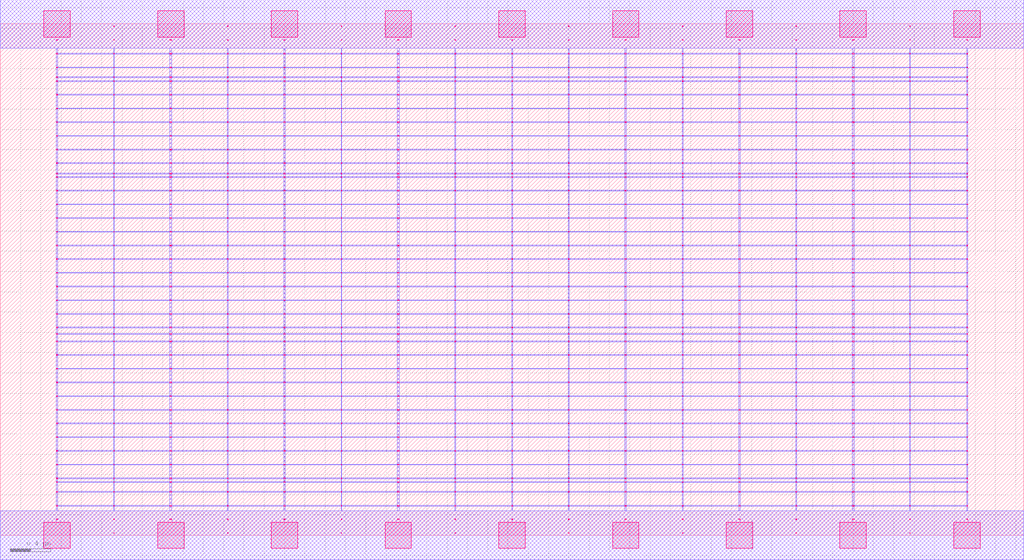
<source format=lef>
MACRO AOOAOAI21211_DEBUG
 CLASS CORE ;
 FOREIGN AOOAOAI21211_DEBUG 0 0 ;
 SIZE 10.08 BY 5.04 ;
 ORIGIN 0 0 ;
 SYMMETRY X Y R90 ;
 SITE unit ;

 OBS
    LAYER polycont ;
     RECT 5.03600000 2.58300000 5.04900000 2.59100000 ;
     RECT 5.03600000 2.71800000 5.04900000 2.72600000 ;
     RECT 5.03600000 2.85300000 5.04900000 2.86100000 ;
     RECT 5.03600000 2.98800000 5.04900000 2.99600000 ;
     RECT 7.27100000 2.58300000 7.28900000 2.59100000 ;
     RECT 7.83600000 2.58300000 7.84400000 2.59100000 ;
     RECT 8.39100000 2.58300000 8.40900000 2.59100000 ;
     RECT 8.95600000 2.58300000 8.96400000 2.59100000 ;
     RECT 9.51600000 2.58300000 9.52900000 2.59100000 ;
     RECT 5.59600000 2.58300000 5.60400000 2.59100000 ;
     RECT 5.59600000 2.71800000 5.60400000 2.72600000 ;
     RECT 6.15100000 2.71800000 6.16400000 2.72600000 ;
     RECT 6.71600000 2.71800000 6.72400000 2.72600000 ;
     RECT 7.27100000 2.71800000 7.28900000 2.72600000 ;
     RECT 7.83600000 2.71800000 7.84400000 2.72600000 ;
     RECT 8.39100000 2.71800000 8.40900000 2.72600000 ;
     RECT 8.95600000 2.71800000 8.96400000 2.72600000 ;
     RECT 9.51600000 2.71800000 9.52900000 2.72600000 ;
     RECT 6.15100000 2.58300000 6.16400000 2.59100000 ;
     RECT 5.59600000 2.85300000 5.60400000 2.86100000 ;
     RECT 6.15100000 2.85300000 6.16400000 2.86100000 ;
     RECT 6.71600000 2.85300000 6.72400000 2.86100000 ;
     RECT 7.27100000 2.85300000 7.28900000 2.86100000 ;
     RECT 7.83600000 2.85300000 7.84400000 2.86100000 ;
     RECT 8.39100000 2.85300000 8.40900000 2.86100000 ;
     RECT 8.95600000 2.85300000 8.96400000 2.86100000 ;
     RECT 9.51600000 2.85300000 9.52900000 2.86100000 ;
     RECT 6.71600000 2.58300000 6.72400000 2.59100000 ;
     RECT 5.59600000 2.98800000 5.60400000 2.99600000 ;
     RECT 6.15100000 2.98800000 6.16400000 2.99600000 ;
     RECT 6.71600000 2.98800000 6.72400000 2.99600000 ;
     RECT 7.27100000 2.98800000 7.28900000 2.99600000 ;
     RECT 7.83600000 2.98800000 7.84400000 2.99600000 ;
     RECT 8.39100000 2.98800000 8.40900000 2.99600000 ;
     RECT 8.95600000 2.98800000 8.96400000 2.99600000 ;
     RECT 9.51600000 2.98800000 9.52900000 2.99600000 ;
     RECT 5.59600000 3.12300000 5.60400000 3.13100000 ;
     RECT 5.59600000 3.25800000 5.60400000 3.26600000 ;
     RECT 5.59600000 3.39300000 5.60400000 3.40100000 ;
     RECT 5.59600000 3.52800000 5.60400000 3.53600000 ;
     RECT 5.59600000 3.56100000 5.60400000 3.56900000 ;
     RECT 5.59600000 3.66300000 5.60400000 3.67100000 ;
     RECT 5.59600000 3.79800000 5.60400000 3.80600000 ;
     RECT 5.59600000 3.93300000 5.60400000 3.94100000 ;
     RECT 5.59600000 4.06800000 5.60400000 4.07600000 ;
     RECT 5.59600000 4.20300000 5.60400000 4.21100000 ;
     RECT 5.59600000 4.33800000 5.60400000 4.34600000 ;
     RECT 5.59600000 4.47300000 5.60400000 4.48100000 ;
     RECT 5.59600000 4.51100000 5.60400000 4.51900000 ;
     RECT 5.59600000 4.60800000 5.60400000 4.61600000 ;
     RECT 5.59600000 4.74300000 5.60400000 4.75100000 ;
     RECT 5.59600000 4.87800000 5.60400000 4.88600000 ;
     RECT 1.11600000 2.98800000 1.12400000 2.99600000 ;
     RECT 1.67100000 2.98800000 1.68900000 2.99600000 ;
     RECT 2.23600000 2.98800000 2.24400000 2.99600000 ;
     RECT 2.79100000 2.98800000 2.80900000 2.99600000 ;
     RECT 3.35600000 2.98800000 3.36400000 2.99600000 ;
     RECT 3.91100000 2.98800000 3.92900000 2.99600000 ;
     RECT 4.47600000 2.98800000 4.48400000 2.99600000 ;
     RECT 2.23600000 2.58300000 2.24400000 2.59100000 ;
     RECT 2.79100000 2.58300000 2.80900000 2.59100000 ;
     RECT 3.35600000 2.58300000 3.36400000 2.59100000 ;
     RECT 3.91100000 2.58300000 3.92900000 2.59100000 ;
     RECT 4.47600000 2.58300000 4.48400000 2.59100000 ;
     RECT 0.55100000 2.58300000 0.56400000 2.59100000 ;
     RECT 0.55100000 2.71800000 0.56400000 2.72600000 ;
     RECT 0.55100000 2.85300000 0.56400000 2.86100000 ;
     RECT 1.11600000 2.85300000 1.12400000 2.86100000 ;
     RECT 1.67100000 2.85300000 1.68900000 2.86100000 ;
     RECT 2.23600000 2.85300000 2.24400000 2.86100000 ;
     RECT 2.79100000 2.85300000 2.80900000 2.86100000 ;
     RECT 3.35600000 2.85300000 3.36400000 2.86100000 ;
     RECT 3.91100000 2.85300000 3.92900000 2.86100000 ;
     RECT 4.47600000 2.85300000 4.48400000 2.86100000 ;
     RECT 1.11600000 2.71800000 1.12400000 2.72600000 ;
     RECT 1.67100000 2.71800000 1.68900000 2.72600000 ;
     RECT 2.23600000 2.71800000 2.24400000 2.72600000 ;
     RECT 2.79100000 2.71800000 2.80900000 2.72600000 ;
     RECT 3.35600000 2.71800000 3.36400000 2.72600000 ;
     RECT 3.91100000 2.71800000 3.92900000 2.72600000 ;
     RECT 4.47600000 2.71800000 4.48400000 2.72600000 ;
     RECT 1.11600000 2.58300000 1.12400000 2.59100000 ;
     RECT 1.67100000 2.58300000 1.68900000 2.59100000 ;
     RECT 0.55100000 2.98800000 0.56400000 2.99600000 ;
     RECT 5.59600000 0.55800000 5.60400000 0.56600000 ;
     RECT 5.59600000 0.69300000 5.60400000 0.70100000 ;
     RECT 5.59600000 0.82800000 5.60400000 0.83600000 ;
     RECT 5.59600000 0.96300000 5.60400000 0.97100000 ;
     RECT 5.59600000 1.09800000 5.60400000 1.10600000 ;
     RECT 5.59600000 1.23300000 5.60400000 1.24100000 ;
     RECT 5.59600000 1.36800000 5.60400000 1.37600000 ;
     RECT 5.59600000 1.50300000 5.60400000 1.51100000 ;
     RECT 5.59600000 1.63800000 5.60400000 1.64600000 ;
     RECT 5.59600000 1.77300000 5.60400000 1.78100000 ;
     RECT 5.59600000 1.90800000 5.60400000 1.91600000 ;
     RECT 5.59600000 1.98100000 5.60400000 1.98900000 ;
     RECT 5.59600000 2.04300000 5.60400000 2.05100000 ;
     RECT 5.59600000 2.17800000 5.60400000 2.18600000 ;
     RECT 5.59600000 2.31300000 5.60400000 2.32100000 ;
     RECT 5.59600000 2.44800000 5.60400000 2.45600000 ;
     RECT 5.59600000 0.15300000 5.60400000 0.16100000 ;
     RECT 5.59600000 0.28800000 5.60400000 0.29600000 ;
     RECT 5.59600000 0.42300000 5.60400000 0.43100000 ;
     RECT 5.59600000 0.52100000 5.60400000 0.52900000 ;

    LAYER pdiffc ;
     RECT 0.55100000 3.39300000 0.55900000 3.40100000 ;
     RECT 5.04100000 3.39300000 5.04900000 3.40100000 ;
     RECT 6.15100000 3.39300000 6.15900000 3.40100000 ;
     RECT 9.52100000 3.39300000 9.52900000 3.40100000 ;
     RECT 0.55100000 3.52800000 0.55900000 3.53600000 ;
     RECT 5.04100000 3.52800000 5.04900000 3.53600000 ;
     RECT 6.15100000 3.52800000 6.15900000 3.53600000 ;
     RECT 9.52100000 3.52800000 9.52900000 3.53600000 ;
     RECT 0.55100000 3.56100000 0.55900000 3.56900000 ;
     RECT 5.04100000 3.56100000 5.04900000 3.56900000 ;
     RECT 6.15100000 3.56100000 6.15900000 3.56900000 ;
     RECT 9.52100000 3.56100000 9.52900000 3.56900000 ;
     RECT 0.55100000 3.66300000 0.55900000 3.67100000 ;
     RECT 5.04100000 3.66300000 5.04900000 3.67100000 ;
     RECT 6.15100000 3.66300000 6.15900000 3.67100000 ;
     RECT 9.52100000 3.66300000 9.52900000 3.67100000 ;
     RECT 0.55100000 3.79800000 0.55900000 3.80600000 ;
     RECT 5.04100000 3.79800000 5.04900000 3.80600000 ;
     RECT 6.15100000 3.79800000 6.15900000 3.80600000 ;
     RECT 9.52100000 3.79800000 9.52900000 3.80600000 ;
     RECT 0.55100000 3.93300000 0.55900000 3.94100000 ;
     RECT 5.04100000 3.93300000 5.04900000 3.94100000 ;
     RECT 6.15100000 3.93300000 6.15900000 3.94100000 ;
     RECT 9.52100000 3.93300000 9.52900000 3.94100000 ;
     RECT 0.55100000 4.06800000 0.55900000 4.07600000 ;
     RECT 5.04100000 4.06800000 5.04900000 4.07600000 ;
     RECT 6.15100000 4.06800000 6.15900000 4.07600000 ;
     RECT 9.52100000 4.06800000 9.52900000 4.07600000 ;
     RECT 0.55100000 4.20300000 0.55900000 4.21100000 ;
     RECT 5.04100000 4.20300000 5.04900000 4.21100000 ;
     RECT 6.15100000 4.20300000 6.15900000 4.21100000 ;
     RECT 9.52100000 4.20300000 9.52900000 4.21100000 ;
     RECT 0.55100000 4.33800000 0.55900000 4.34600000 ;
     RECT 5.04100000 4.33800000 5.04900000 4.34600000 ;
     RECT 6.15100000 4.33800000 6.15900000 4.34600000 ;
     RECT 9.52100000 4.33800000 9.52900000 4.34600000 ;
     RECT 0.55100000 4.47300000 0.55900000 4.48100000 ;
     RECT 5.04100000 4.47300000 5.04900000 4.48100000 ;
     RECT 6.15100000 4.47300000 6.15900000 4.48100000 ;
     RECT 9.52100000 4.47300000 9.52900000 4.48100000 ;
     RECT 0.55100000 4.51100000 0.55900000 4.51900000 ;
     RECT 5.04100000 4.51100000 5.04900000 4.51900000 ;
     RECT 6.15100000 4.51100000 6.15900000 4.51900000 ;
     RECT 9.52100000 4.51100000 9.52900000 4.51900000 ;
     RECT 0.55100000 4.60800000 0.55900000 4.61600000 ;
     RECT 5.04100000 4.60800000 5.04900000 4.61600000 ;
     RECT 6.15100000 4.60800000 6.15900000 4.61600000 ;
     RECT 9.52100000 4.60800000 9.52900000 4.61600000 ;

    LAYER ndiffc ;
     RECT 5.03600000 0.42300000 5.04900000 0.43100000 ;
     RECT 5.03600000 0.52100000 5.04900000 0.52900000 ;
     RECT 5.03600000 0.55800000 5.04900000 0.56600000 ;
     RECT 5.03600000 0.69300000 5.04900000 0.70100000 ;
     RECT 5.03600000 0.82800000 5.04900000 0.83600000 ;
     RECT 5.03600000 0.96300000 5.04900000 0.97100000 ;
     RECT 5.03600000 1.09800000 5.04900000 1.10600000 ;
     RECT 5.03600000 1.23300000 5.04900000 1.24100000 ;
     RECT 5.03600000 1.36800000 5.04900000 1.37600000 ;
     RECT 5.03600000 1.50300000 5.04900000 1.51100000 ;
     RECT 5.03600000 1.63800000 5.04900000 1.64600000 ;
     RECT 5.03600000 1.77300000 5.04900000 1.78100000 ;
     RECT 5.03600000 1.90800000 5.04900000 1.91600000 ;
     RECT 5.03600000 1.98100000 5.04900000 1.98900000 ;
     RECT 5.03600000 2.04300000 5.04900000 2.05100000 ;
     RECT 8.39100000 0.42300000 8.40900000 0.43100000 ;
     RECT 6.15100000 0.69300000 6.16400000 0.70100000 ;
     RECT 7.27100000 0.69300000 7.28900000 0.70100000 ;
     RECT 8.39100000 0.69300000 8.40900000 0.70100000 ;
     RECT 9.51600000 0.69300000 9.52900000 0.70100000 ;
     RECT 9.51600000 0.42300000 9.52900000 0.43100000 ;
     RECT 6.15100000 0.82800000 6.16400000 0.83600000 ;
     RECT 7.27100000 0.82800000 7.28900000 0.83600000 ;
     RECT 8.39100000 0.82800000 8.40900000 0.83600000 ;
     RECT 9.51600000 0.82800000 9.52900000 0.83600000 ;
     RECT 6.15100000 0.42300000 6.16400000 0.43100000 ;
     RECT 6.15100000 0.96300000 6.16400000 0.97100000 ;
     RECT 7.27100000 0.96300000 7.28900000 0.97100000 ;
     RECT 8.39100000 0.96300000 8.40900000 0.97100000 ;
     RECT 9.51600000 0.96300000 9.52900000 0.97100000 ;
     RECT 6.15100000 0.52100000 6.16400000 0.52900000 ;
     RECT 6.15100000 1.09800000 6.16400000 1.10600000 ;
     RECT 7.27100000 1.09800000 7.28900000 1.10600000 ;
     RECT 8.39100000 1.09800000 8.40900000 1.10600000 ;
     RECT 9.51600000 1.09800000 9.52900000 1.10600000 ;
     RECT 7.27100000 0.52100000 7.28900000 0.52900000 ;
     RECT 6.15100000 1.23300000 6.16400000 1.24100000 ;
     RECT 7.27100000 1.23300000 7.28900000 1.24100000 ;
     RECT 8.39100000 1.23300000 8.40900000 1.24100000 ;
     RECT 9.51600000 1.23300000 9.52900000 1.24100000 ;
     RECT 8.39100000 0.52100000 8.40900000 0.52900000 ;
     RECT 6.15100000 1.36800000 6.16400000 1.37600000 ;
     RECT 7.27100000 1.36800000 7.28900000 1.37600000 ;
     RECT 8.39100000 1.36800000 8.40900000 1.37600000 ;
     RECT 9.51600000 1.36800000 9.52900000 1.37600000 ;
     RECT 9.51600000 0.52100000 9.52900000 0.52900000 ;
     RECT 6.15100000 1.50300000 6.16400000 1.51100000 ;
     RECT 7.27100000 1.50300000 7.28900000 1.51100000 ;
     RECT 8.39100000 1.50300000 8.40900000 1.51100000 ;
     RECT 9.51600000 1.50300000 9.52900000 1.51100000 ;
     RECT 7.27100000 0.42300000 7.28900000 0.43100000 ;
     RECT 6.15100000 1.63800000 6.16400000 1.64600000 ;
     RECT 7.27100000 1.63800000 7.28900000 1.64600000 ;
     RECT 8.39100000 1.63800000 8.40900000 1.64600000 ;
     RECT 9.51600000 1.63800000 9.52900000 1.64600000 ;
     RECT 6.15100000 0.55800000 6.16400000 0.56600000 ;
     RECT 6.15100000 1.77300000 6.16400000 1.78100000 ;
     RECT 7.27100000 1.77300000 7.28900000 1.78100000 ;
     RECT 8.39100000 1.77300000 8.40900000 1.78100000 ;
     RECT 9.51600000 1.77300000 9.52900000 1.78100000 ;
     RECT 7.27100000 0.55800000 7.28900000 0.56600000 ;
     RECT 6.15100000 1.90800000 6.16400000 1.91600000 ;
     RECT 7.27100000 1.90800000 7.28900000 1.91600000 ;
     RECT 8.39100000 1.90800000 8.40900000 1.91600000 ;
     RECT 9.51600000 1.90800000 9.52900000 1.91600000 ;
     RECT 8.39100000 0.55800000 8.40900000 0.56600000 ;
     RECT 6.15100000 1.98100000 6.16400000 1.98900000 ;
     RECT 7.27100000 1.98100000 7.28900000 1.98900000 ;
     RECT 8.39100000 1.98100000 8.40900000 1.98900000 ;
     RECT 9.51600000 1.98100000 9.52900000 1.98900000 ;
     RECT 9.51600000 0.55800000 9.52900000 0.56600000 ;
     RECT 6.15100000 2.04300000 6.16400000 2.05100000 ;
     RECT 7.27100000 2.04300000 7.28900000 2.05100000 ;
     RECT 8.39100000 2.04300000 8.40900000 2.05100000 ;
     RECT 9.51600000 2.04300000 9.52900000 2.05100000 ;
     RECT 3.91100000 1.36800000 3.92900000 1.37600000 ;
     RECT 2.79100000 0.55800000 2.80900000 0.56600000 ;
     RECT 3.91100000 0.55800000 3.92900000 0.56600000 ;
     RECT 1.67100000 0.52100000 1.68900000 0.52900000 ;
     RECT 2.79100000 0.52100000 2.80900000 0.52900000 ;
     RECT 3.91100000 0.52100000 3.92900000 0.52900000 ;
     RECT 0.55100000 1.50300000 0.56400000 1.51100000 ;
     RECT 1.67100000 1.50300000 1.68900000 1.51100000 ;
     RECT 2.79100000 1.50300000 2.80900000 1.51100000 ;
     RECT 3.91100000 1.50300000 3.92900000 1.51100000 ;
     RECT 0.55100000 0.96300000 0.56400000 0.97100000 ;
     RECT 1.67100000 0.96300000 1.68900000 0.97100000 ;
     RECT 2.79100000 0.96300000 2.80900000 0.97100000 ;
     RECT 3.91100000 0.96300000 3.92900000 0.97100000 ;
     RECT 1.67100000 0.42300000 1.68900000 0.43100000 ;
     RECT 0.55100000 1.63800000 0.56400000 1.64600000 ;
     RECT 1.67100000 1.63800000 1.68900000 1.64600000 ;
     RECT 2.79100000 1.63800000 2.80900000 1.64600000 ;
     RECT 3.91100000 1.63800000 3.92900000 1.64600000 ;
     RECT 2.79100000 0.42300000 2.80900000 0.43100000 ;
     RECT 0.55100000 0.69300000 0.56400000 0.70100000 ;
     RECT 1.67100000 0.69300000 1.68900000 0.70100000 ;
     RECT 2.79100000 0.69300000 2.80900000 0.70100000 ;
     RECT 0.55100000 1.09800000 0.56400000 1.10600000 ;
     RECT 0.55100000 1.77300000 0.56400000 1.78100000 ;
     RECT 1.67100000 1.77300000 1.68900000 1.78100000 ;
     RECT 2.79100000 1.77300000 2.80900000 1.78100000 ;
     RECT 3.91100000 1.77300000 3.92900000 1.78100000 ;
     RECT 1.67100000 1.09800000 1.68900000 1.10600000 ;
     RECT 2.79100000 1.09800000 2.80900000 1.10600000 ;
     RECT 3.91100000 1.09800000 3.92900000 1.10600000 ;
     RECT 3.91100000 0.69300000 3.92900000 0.70100000 ;
     RECT 3.91100000 0.42300000 3.92900000 0.43100000 ;
     RECT 0.55100000 1.90800000 0.56400000 1.91600000 ;
     RECT 1.67100000 1.90800000 1.68900000 1.91600000 ;
     RECT 2.79100000 1.90800000 2.80900000 1.91600000 ;
     RECT 3.91100000 1.90800000 3.92900000 1.91600000 ;
     RECT 0.55100000 0.42300000 0.56400000 0.43100000 ;
     RECT 0.55100000 0.52100000 0.56400000 0.52900000 ;
     RECT 0.55100000 0.55800000 0.56400000 0.56600000 ;
     RECT 0.55100000 1.23300000 0.56400000 1.24100000 ;
     RECT 1.67100000 1.23300000 1.68900000 1.24100000 ;
     RECT 0.55100000 1.98100000 0.56400000 1.98900000 ;
     RECT 1.67100000 1.98100000 1.68900000 1.98900000 ;
     RECT 2.79100000 1.98100000 2.80900000 1.98900000 ;
     RECT 3.91100000 1.98100000 3.92900000 1.98900000 ;
     RECT 2.79100000 1.23300000 2.80900000 1.24100000 ;
     RECT 3.91100000 1.23300000 3.92900000 1.24100000 ;
     RECT 1.67100000 0.55800000 1.68900000 0.56600000 ;
     RECT 0.55100000 0.82800000 0.56400000 0.83600000 ;
     RECT 1.67100000 0.82800000 1.68900000 0.83600000 ;
     RECT 0.55100000 2.04300000 0.56400000 2.05100000 ;
     RECT 1.67100000 2.04300000 1.68900000 2.05100000 ;
     RECT 2.79100000 2.04300000 2.80900000 2.05100000 ;
     RECT 3.91100000 2.04300000 3.92900000 2.05100000 ;
     RECT 2.79100000 0.82800000 2.80900000 0.83600000 ;
     RECT 3.91100000 0.82800000 3.92900000 0.83600000 ;
     RECT 0.55100000 1.36800000 0.56400000 1.37600000 ;
     RECT 1.67100000 1.36800000 1.68900000 1.37600000 ;
     RECT 2.79100000 1.36800000 2.80900000 1.37600000 ;

    LAYER met1 ;
     RECT 0.00000000 -0.24000000 10.08000000 0.24000000 ;
     RECT 5.03600000 0.24000000 5.04900000 0.28800000 ;
     RECT 0.55100000 0.28800000 9.52900000 0.29600000 ;
     RECT 5.03600000 0.29600000 5.04900000 0.42300000 ;
     RECT 0.55100000 0.42300000 9.52900000 0.43100000 ;
     RECT 5.03600000 0.43100000 5.04900000 0.52100000 ;
     RECT 0.55100000 0.52100000 9.52900000 0.52900000 ;
     RECT 5.03600000 0.52900000 5.04900000 0.55800000 ;
     RECT 0.55100000 0.55800000 9.52900000 0.56600000 ;
     RECT 5.03600000 0.56600000 5.04900000 0.69300000 ;
     RECT 0.55100000 0.69300000 9.52900000 0.70100000 ;
     RECT 5.03600000 0.70100000 5.04900000 0.82800000 ;
     RECT 0.55100000 0.82800000 9.52900000 0.83600000 ;
     RECT 5.03600000 0.83600000 5.04900000 0.96300000 ;
     RECT 0.55100000 0.96300000 9.52900000 0.97100000 ;
     RECT 5.03600000 0.97100000 5.04900000 1.09800000 ;
     RECT 0.55100000 1.09800000 9.52900000 1.10600000 ;
     RECT 5.03600000 1.10600000 5.04900000 1.23300000 ;
     RECT 0.55100000 1.23300000 9.52900000 1.24100000 ;
     RECT 5.03600000 1.24100000 5.04900000 1.36800000 ;
     RECT 0.55100000 1.36800000 9.52900000 1.37600000 ;
     RECT 5.03600000 1.37600000 5.04900000 1.50300000 ;
     RECT 0.55100000 1.50300000 9.52900000 1.51100000 ;
     RECT 5.03600000 1.51100000 5.04900000 1.63800000 ;
     RECT 0.55100000 1.63800000 9.52900000 1.64600000 ;
     RECT 5.03600000 1.64600000 5.04900000 1.77300000 ;
     RECT 0.55100000 1.77300000 9.52900000 1.78100000 ;
     RECT 5.03600000 1.78100000 5.04900000 1.90800000 ;
     RECT 0.55100000 1.90800000 9.52900000 1.91600000 ;
     RECT 5.03600000 1.91600000 5.04900000 1.98100000 ;
     RECT 0.55100000 1.98100000 9.52900000 1.98900000 ;
     RECT 5.03600000 1.98900000 5.04900000 2.04300000 ;
     RECT 0.55100000 2.04300000 9.52900000 2.05100000 ;
     RECT 5.03600000 2.05100000 5.04900000 2.17800000 ;
     RECT 0.55100000 2.17800000 9.52900000 2.18600000 ;
     RECT 5.03600000 2.18600000 5.04900000 2.31300000 ;
     RECT 0.55100000 2.31300000 9.52900000 2.32100000 ;
     RECT 5.03600000 2.32100000 5.04900000 2.44800000 ;
     RECT 0.55100000 2.44800000 9.52900000 2.45600000 ;
     RECT 0.55100000 2.45600000 0.56400000 2.58300000 ;
     RECT 1.11600000 2.45600000 1.12400000 2.58300000 ;
     RECT 1.67100000 2.45600000 1.68900000 2.58300000 ;
     RECT 2.23600000 2.45600000 2.24400000 2.58300000 ;
     RECT 2.79100000 2.45600000 2.80900000 2.58300000 ;
     RECT 3.35600000 2.45600000 3.36400000 2.58300000 ;
     RECT 3.91100000 2.45600000 3.92900000 2.58300000 ;
     RECT 4.47600000 2.45600000 4.48400000 2.58300000 ;
     RECT 5.03600000 2.45600000 5.04900000 2.58300000 ;
     RECT 5.59600000 2.45600000 5.60400000 2.58300000 ;
     RECT 6.15100000 2.45600000 6.16400000 2.58300000 ;
     RECT 6.71600000 2.45600000 6.72400000 2.58300000 ;
     RECT 7.27100000 2.45600000 7.28900000 2.58300000 ;
     RECT 7.83600000 2.45600000 7.84400000 2.58300000 ;
     RECT 8.39100000 2.45600000 8.40900000 2.58300000 ;
     RECT 8.95600000 2.45600000 8.96400000 2.58300000 ;
     RECT 9.51600000 2.45600000 9.52900000 2.58300000 ;
     RECT 0.55100000 2.58300000 9.52900000 2.59100000 ;
     RECT 5.03600000 2.59100000 5.04900000 2.71800000 ;
     RECT 0.55100000 2.71800000 9.52900000 2.72600000 ;
     RECT 5.03600000 2.72600000 5.04900000 2.85300000 ;
     RECT 0.55100000 2.85300000 9.52900000 2.86100000 ;
     RECT 5.03600000 2.86100000 5.04900000 2.98800000 ;
     RECT 0.55100000 2.98800000 9.52900000 2.99600000 ;
     RECT 5.03600000 2.99600000 5.04900000 3.12300000 ;
     RECT 0.55100000 3.12300000 9.52900000 3.13100000 ;
     RECT 5.03600000 3.13100000 5.04900000 3.25800000 ;
     RECT 0.55100000 3.25800000 9.52900000 3.26600000 ;
     RECT 5.03600000 3.26600000 5.04900000 3.39300000 ;
     RECT 0.55100000 3.39300000 9.52900000 3.40100000 ;
     RECT 5.03600000 3.40100000 5.04900000 3.52800000 ;
     RECT 0.55100000 3.52800000 9.52900000 3.53600000 ;
     RECT 5.03600000 3.53600000 5.04900000 3.56100000 ;
     RECT 0.55100000 3.56100000 9.52900000 3.56900000 ;
     RECT 5.03600000 3.56900000 5.04900000 3.66300000 ;
     RECT 0.55100000 3.66300000 9.52900000 3.67100000 ;
     RECT 5.03600000 3.67100000 5.04900000 3.79800000 ;
     RECT 0.55100000 3.79800000 9.52900000 3.80600000 ;
     RECT 5.03600000 3.80600000 5.04900000 3.93300000 ;
     RECT 0.55100000 3.93300000 9.52900000 3.94100000 ;
     RECT 5.03600000 3.94100000 5.04900000 4.06800000 ;
     RECT 0.55100000 4.06800000 9.52900000 4.07600000 ;
     RECT 5.03600000 4.07600000 5.04900000 4.20300000 ;
     RECT 0.55100000 4.20300000 9.52900000 4.21100000 ;
     RECT 5.03600000 4.21100000 5.04900000 4.33800000 ;
     RECT 0.55100000 4.33800000 9.52900000 4.34600000 ;
     RECT 5.03600000 4.34600000 5.04900000 4.47300000 ;
     RECT 0.55100000 4.47300000 9.52900000 4.48100000 ;
     RECT 5.03600000 4.48100000 5.04900000 4.51100000 ;
     RECT 0.55100000 4.51100000 9.52900000 4.51900000 ;
     RECT 5.03600000 4.51900000 5.04900000 4.60800000 ;
     RECT 0.55100000 4.60800000 9.52900000 4.61600000 ;
     RECT 5.03600000 4.61600000 5.04900000 4.74300000 ;
     RECT 0.55100000 4.74300000 9.52900000 4.75100000 ;
     RECT 5.03600000 4.75100000 5.04900000 4.80000000 ;
     RECT 0.00000000 4.80000000 10.08000000 5.28000000 ;
     RECT 5.59600000 3.80600000 5.60400000 3.93300000 ;
     RECT 6.15100000 3.80600000 6.16400000 3.93300000 ;
     RECT 6.71600000 3.80600000 6.72400000 3.93300000 ;
     RECT 7.27100000 3.80600000 7.28900000 3.93300000 ;
     RECT 7.83600000 3.80600000 7.84400000 3.93300000 ;
     RECT 8.39100000 3.80600000 8.40900000 3.93300000 ;
     RECT 8.95600000 3.80600000 8.96400000 3.93300000 ;
     RECT 9.51600000 3.80600000 9.52900000 3.93300000 ;
     RECT 7.83600000 3.94100000 7.84400000 4.06800000 ;
     RECT 8.39100000 3.94100000 8.40900000 4.06800000 ;
     RECT 8.95600000 3.94100000 8.96400000 4.06800000 ;
     RECT 9.51600000 3.94100000 9.52900000 4.06800000 ;
     RECT 7.83600000 4.07600000 7.84400000 4.20300000 ;
     RECT 8.39100000 4.07600000 8.40900000 4.20300000 ;
     RECT 8.95600000 4.07600000 8.96400000 4.20300000 ;
     RECT 9.51600000 4.07600000 9.52900000 4.20300000 ;
     RECT 7.83600000 4.21100000 7.84400000 4.33800000 ;
     RECT 8.39100000 4.21100000 8.40900000 4.33800000 ;
     RECT 8.95600000 4.21100000 8.96400000 4.33800000 ;
     RECT 9.51600000 4.21100000 9.52900000 4.33800000 ;
     RECT 7.83600000 4.34600000 7.84400000 4.47300000 ;
     RECT 8.39100000 4.34600000 8.40900000 4.47300000 ;
     RECT 8.95600000 4.34600000 8.96400000 4.47300000 ;
     RECT 9.51600000 4.34600000 9.52900000 4.47300000 ;
     RECT 7.83600000 4.48100000 7.84400000 4.51100000 ;
     RECT 8.39100000 4.48100000 8.40900000 4.51100000 ;
     RECT 8.95600000 4.48100000 8.96400000 4.51100000 ;
     RECT 9.51600000 4.48100000 9.52900000 4.51100000 ;
     RECT 7.83600000 4.51900000 7.84400000 4.60800000 ;
     RECT 8.39100000 4.51900000 8.40900000 4.60800000 ;
     RECT 8.95600000 4.51900000 8.96400000 4.60800000 ;
     RECT 9.51600000 4.51900000 9.52900000 4.60800000 ;
     RECT 7.83600000 4.61600000 7.84400000 4.74300000 ;
     RECT 8.39100000 4.61600000 8.40900000 4.74300000 ;
     RECT 8.95600000 4.61600000 8.96400000 4.74300000 ;
     RECT 9.51600000 4.61600000 9.52900000 4.74300000 ;
     RECT 7.83600000 4.75100000 7.84400000 4.80000000 ;
     RECT 8.39100000 4.75100000 8.40900000 4.80000000 ;
     RECT 8.95600000 4.75100000 8.96400000 4.80000000 ;
     RECT 9.51600000 4.75100000 9.52900000 4.80000000 ;
     RECT 5.59600000 4.48100000 5.60400000 4.51100000 ;
     RECT 6.15100000 4.48100000 6.16400000 4.51100000 ;
     RECT 6.71600000 4.48100000 6.72400000 4.51100000 ;
     RECT 7.27100000 4.48100000 7.28900000 4.51100000 ;
     RECT 5.59600000 4.21100000 5.60400000 4.33800000 ;
     RECT 6.15100000 4.21100000 6.16400000 4.33800000 ;
     RECT 6.71600000 4.21100000 6.72400000 4.33800000 ;
     RECT 7.27100000 4.21100000 7.28900000 4.33800000 ;
     RECT 5.59600000 4.51900000 5.60400000 4.60800000 ;
     RECT 6.15100000 4.51900000 6.16400000 4.60800000 ;
     RECT 6.71600000 4.51900000 6.72400000 4.60800000 ;
     RECT 7.27100000 4.51900000 7.28900000 4.60800000 ;
     RECT 5.59600000 4.07600000 5.60400000 4.20300000 ;
     RECT 6.15100000 4.07600000 6.16400000 4.20300000 ;
     RECT 6.71600000 4.07600000 6.72400000 4.20300000 ;
     RECT 7.27100000 4.07600000 7.28900000 4.20300000 ;
     RECT 5.59600000 4.61600000 5.60400000 4.74300000 ;
     RECT 6.15100000 4.61600000 6.16400000 4.74300000 ;
     RECT 6.71600000 4.61600000 6.72400000 4.74300000 ;
     RECT 7.27100000 4.61600000 7.28900000 4.74300000 ;
     RECT 5.59600000 4.34600000 5.60400000 4.47300000 ;
     RECT 6.15100000 4.34600000 6.16400000 4.47300000 ;
     RECT 6.71600000 4.34600000 6.72400000 4.47300000 ;
     RECT 7.27100000 4.34600000 7.28900000 4.47300000 ;
     RECT 5.59600000 4.75100000 5.60400000 4.80000000 ;
     RECT 6.15100000 4.75100000 6.16400000 4.80000000 ;
     RECT 6.71600000 4.75100000 6.72400000 4.80000000 ;
     RECT 7.27100000 4.75100000 7.28900000 4.80000000 ;
     RECT 5.59600000 3.94100000 5.60400000 4.06800000 ;
     RECT 6.15100000 3.94100000 6.16400000 4.06800000 ;
     RECT 6.71600000 3.94100000 6.72400000 4.06800000 ;
     RECT 7.27100000 3.94100000 7.28900000 4.06800000 ;
     RECT 5.59600000 2.59100000 5.60400000 2.71800000 ;
     RECT 6.15100000 2.59100000 6.16400000 2.71800000 ;
     RECT 5.59600000 3.26600000 5.60400000 3.39300000 ;
     RECT 6.15100000 3.26600000 6.16400000 3.39300000 ;
     RECT 5.59600000 2.86100000 5.60400000 2.98800000 ;
     RECT 6.15100000 2.86100000 6.16400000 2.98800000 ;
     RECT 6.71600000 3.26600000 6.72400000 3.39300000 ;
     RECT 7.27100000 3.26600000 7.28900000 3.39300000 ;
     RECT 5.59600000 2.72600000 5.60400000 2.85300000 ;
     RECT 6.15100000 2.72600000 6.16400000 2.85300000 ;
     RECT 5.59600000 3.40100000 5.60400000 3.52800000 ;
     RECT 6.15100000 3.40100000 6.16400000 3.52800000 ;
     RECT 5.59600000 2.99600000 5.60400000 3.12300000 ;
     RECT 6.15100000 2.99600000 6.16400000 3.12300000 ;
     RECT 6.71600000 3.40100000 6.72400000 3.52800000 ;
     RECT 7.27100000 3.40100000 7.28900000 3.52800000 ;
     RECT 6.71600000 2.86100000 6.72400000 2.98800000 ;
     RECT 7.27100000 2.86100000 7.28900000 2.98800000 ;
     RECT 6.71600000 2.72600000 6.72400000 2.85300000 ;
     RECT 7.27100000 2.72600000 7.28900000 2.85300000 ;
     RECT 5.59600000 3.53600000 5.60400000 3.56100000 ;
     RECT 6.15100000 3.53600000 6.16400000 3.56100000 ;
     RECT 6.71600000 2.99600000 6.72400000 3.12300000 ;
     RECT 7.27100000 2.99600000 7.28900000 3.12300000 ;
     RECT 6.71600000 3.53600000 6.72400000 3.56100000 ;
     RECT 7.27100000 3.53600000 7.28900000 3.56100000 ;
     RECT 5.59600000 3.56900000 5.60400000 3.66300000 ;
     RECT 6.15100000 3.56900000 6.16400000 3.66300000 ;
     RECT 6.71600000 3.56900000 6.72400000 3.66300000 ;
     RECT 7.27100000 3.56900000 7.28900000 3.66300000 ;
     RECT 5.59600000 3.67100000 5.60400000 3.79800000 ;
     RECT 6.15100000 3.67100000 6.16400000 3.79800000 ;
     RECT 6.71600000 3.67100000 6.72400000 3.79800000 ;
     RECT 7.27100000 3.67100000 7.28900000 3.79800000 ;
     RECT 6.71600000 2.59100000 6.72400000 2.71800000 ;
     RECT 7.27100000 2.59100000 7.28900000 2.71800000 ;
     RECT 5.59600000 3.13100000 5.60400000 3.25800000 ;
     RECT 6.15100000 3.13100000 6.16400000 3.25800000 ;
     RECT 6.71600000 3.13100000 6.72400000 3.25800000 ;
     RECT 7.27100000 3.13100000 7.28900000 3.25800000 ;
     RECT 8.39100000 2.59100000 8.40900000 2.71800000 ;
     RECT 9.51600000 2.99600000 9.52900000 3.12300000 ;
     RECT 7.83600000 3.13100000 7.84400000 3.25800000 ;
     RECT 7.83600000 3.56900000 7.84400000 3.66300000 ;
     RECT 8.39100000 3.56900000 8.40900000 3.66300000 ;
     RECT 8.95600000 3.56900000 8.96400000 3.66300000 ;
     RECT 9.51600000 3.56900000 9.52900000 3.66300000 ;
     RECT 8.95600000 2.72600000 8.96400000 2.85300000 ;
     RECT 9.51600000 2.72600000 9.52900000 2.85300000 ;
     RECT 8.39100000 3.13100000 8.40900000 3.25800000 ;
     RECT 7.83600000 3.40100000 7.84400000 3.52800000 ;
     RECT 8.39100000 3.40100000 8.40900000 3.52800000 ;
     RECT 8.95600000 3.40100000 8.96400000 3.52800000 ;
     RECT 7.83600000 3.67100000 7.84400000 3.79800000 ;
     RECT 8.39100000 3.67100000 8.40900000 3.79800000 ;
     RECT 8.95600000 3.67100000 8.96400000 3.79800000 ;
     RECT 7.83600000 2.86100000 7.84400000 2.98800000 ;
     RECT 8.39100000 2.86100000 8.40900000 2.98800000 ;
     RECT 9.51600000 3.67100000 9.52900000 3.79800000 ;
     RECT 9.51600000 3.40100000 9.52900000 3.52800000 ;
     RECT 8.95600000 3.13100000 8.96400000 3.25800000 ;
     RECT 7.83600000 3.26600000 7.84400000 3.39300000 ;
     RECT 8.39100000 3.26600000 8.40900000 3.39300000 ;
     RECT 8.95600000 3.26600000 8.96400000 3.39300000 ;
     RECT 9.51600000 3.26600000 9.52900000 3.39300000 ;
     RECT 9.51600000 3.13100000 9.52900000 3.25800000 ;
     RECT 8.95600000 2.86100000 8.96400000 2.98800000 ;
     RECT 9.51600000 2.86100000 9.52900000 2.98800000 ;
     RECT 7.83600000 3.53600000 7.84400000 3.56100000 ;
     RECT 7.83600000 2.99600000 7.84400000 3.12300000 ;
     RECT 8.39100000 2.99600000 8.40900000 3.12300000 ;
     RECT 8.39100000 3.53600000 8.40900000 3.56100000 ;
     RECT 8.95600000 3.53600000 8.96400000 3.56100000 ;
     RECT 9.51600000 3.53600000 9.52900000 3.56100000 ;
     RECT 7.83600000 2.72600000 7.84400000 2.85300000 ;
     RECT 8.39100000 2.72600000 8.40900000 2.85300000 ;
     RECT 8.95600000 2.59100000 8.96400000 2.71800000 ;
     RECT 9.51600000 2.59100000 9.52900000 2.71800000 ;
     RECT 7.83600000 2.59100000 7.84400000 2.71800000 ;
     RECT 8.95600000 2.99600000 8.96400000 3.12300000 ;
     RECT 0.55100000 3.80600000 0.56400000 3.93300000 ;
     RECT 1.11600000 3.80600000 1.12400000 3.93300000 ;
     RECT 1.67100000 3.80600000 1.68900000 3.93300000 ;
     RECT 2.23600000 3.80600000 2.24400000 3.93300000 ;
     RECT 2.79100000 3.80600000 2.80900000 3.93300000 ;
     RECT 3.35600000 3.80600000 3.36400000 3.93300000 ;
     RECT 3.91100000 3.80600000 3.92900000 3.93300000 ;
     RECT 4.47600000 3.80600000 4.48400000 3.93300000 ;
     RECT 2.79100000 4.21100000 2.80900000 4.33800000 ;
     RECT 3.35600000 4.21100000 3.36400000 4.33800000 ;
     RECT 3.91100000 4.21100000 3.92900000 4.33800000 ;
     RECT 4.47600000 4.21100000 4.48400000 4.33800000 ;
     RECT 2.79100000 4.34600000 2.80900000 4.47300000 ;
     RECT 3.35600000 4.34600000 3.36400000 4.47300000 ;
     RECT 3.91100000 4.34600000 3.92900000 4.47300000 ;
     RECT 4.47600000 4.34600000 4.48400000 4.47300000 ;
     RECT 2.79100000 4.48100000 2.80900000 4.51100000 ;
     RECT 3.35600000 4.48100000 3.36400000 4.51100000 ;
     RECT 3.91100000 4.48100000 3.92900000 4.51100000 ;
     RECT 4.47600000 4.48100000 4.48400000 4.51100000 ;
     RECT 2.79100000 4.51900000 2.80900000 4.60800000 ;
     RECT 3.35600000 4.51900000 3.36400000 4.60800000 ;
     RECT 3.91100000 4.51900000 3.92900000 4.60800000 ;
     RECT 4.47600000 4.51900000 4.48400000 4.60800000 ;
     RECT 2.79100000 4.61600000 2.80900000 4.74300000 ;
     RECT 3.35600000 4.61600000 3.36400000 4.74300000 ;
     RECT 3.91100000 4.61600000 3.92900000 4.74300000 ;
     RECT 4.47600000 4.61600000 4.48400000 4.74300000 ;
     RECT 2.79100000 4.75100000 2.80900000 4.80000000 ;
     RECT 3.35600000 4.75100000 3.36400000 4.80000000 ;
     RECT 3.91100000 4.75100000 3.92900000 4.80000000 ;
     RECT 4.47600000 4.75100000 4.48400000 4.80000000 ;
     RECT 2.79100000 3.94100000 2.80900000 4.06800000 ;
     RECT 3.35600000 3.94100000 3.36400000 4.06800000 ;
     RECT 3.91100000 3.94100000 3.92900000 4.06800000 ;
     RECT 4.47600000 3.94100000 4.48400000 4.06800000 ;
     RECT 2.79100000 4.07600000 2.80900000 4.20300000 ;
     RECT 3.35600000 4.07600000 3.36400000 4.20300000 ;
     RECT 3.91100000 4.07600000 3.92900000 4.20300000 ;
     RECT 4.47600000 4.07600000 4.48400000 4.20300000 ;
     RECT 0.55100000 4.51900000 0.56400000 4.60800000 ;
     RECT 1.11600000 4.51900000 1.12400000 4.60800000 ;
     RECT 1.67100000 4.51900000 1.68900000 4.60800000 ;
     RECT 2.23600000 4.51900000 2.24400000 4.60800000 ;
     RECT 0.55100000 4.07600000 0.56400000 4.20300000 ;
     RECT 1.11600000 4.07600000 1.12400000 4.20300000 ;
     RECT 1.67100000 4.07600000 1.68900000 4.20300000 ;
     RECT 2.23600000 4.07600000 2.24400000 4.20300000 ;
     RECT 0.55100000 4.61600000 0.56400000 4.74300000 ;
     RECT 1.11600000 4.61600000 1.12400000 4.74300000 ;
     RECT 1.67100000 4.61600000 1.68900000 4.74300000 ;
     RECT 2.23600000 4.61600000 2.24400000 4.74300000 ;
     RECT 0.55100000 4.34600000 0.56400000 4.47300000 ;
     RECT 1.11600000 4.34600000 1.12400000 4.47300000 ;
     RECT 1.67100000 4.34600000 1.68900000 4.47300000 ;
     RECT 2.23600000 4.34600000 2.24400000 4.47300000 ;
     RECT 0.55100000 4.75100000 0.56400000 4.80000000 ;
     RECT 1.11600000 4.75100000 1.12400000 4.80000000 ;
     RECT 1.67100000 4.75100000 1.68900000 4.80000000 ;
     RECT 2.23600000 4.75100000 2.24400000 4.80000000 ;
     RECT 0.55100000 3.94100000 0.56400000 4.06800000 ;
     RECT 1.11600000 3.94100000 1.12400000 4.06800000 ;
     RECT 1.67100000 3.94100000 1.68900000 4.06800000 ;
     RECT 2.23600000 3.94100000 2.24400000 4.06800000 ;
     RECT 0.55100000 4.48100000 0.56400000 4.51100000 ;
     RECT 1.11600000 4.48100000 1.12400000 4.51100000 ;
     RECT 1.67100000 4.48100000 1.68900000 4.51100000 ;
     RECT 2.23600000 4.48100000 2.24400000 4.51100000 ;
     RECT 0.55100000 4.21100000 0.56400000 4.33800000 ;
     RECT 1.11600000 4.21100000 1.12400000 4.33800000 ;
     RECT 1.67100000 4.21100000 1.68900000 4.33800000 ;
     RECT 2.23600000 4.21100000 2.24400000 4.33800000 ;
     RECT 1.67100000 2.86100000 1.68900000 2.98800000 ;
     RECT 2.23600000 2.86100000 2.24400000 2.98800000 ;
     RECT 0.55100000 3.13100000 0.56400000 3.25800000 ;
     RECT 1.11600000 3.13100000 1.12400000 3.25800000 ;
     RECT 1.67100000 3.13100000 1.68900000 3.25800000 ;
     RECT 2.23600000 3.13100000 2.24400000 3.25800000 ;
     RECT 0.55100000 3.67100000 0.56400000 3.79800000 ;
     RECT 1.11600000 3.67100000 1.12400000 3.79800000 ;
     RECT 1.67100000 3.67100000 1.68900000 3.79800000 ;
     RECT 2.23600000 3.67100000 2.24400000 3.79800000 ;
     RECT 0.55100000 2.59100000 0.56400000 2.71800000 ;
     RECT 1.11600000 2.59100000 1.12400000 2.71800000 ;
     RECT 0.55100000 2.72600000 0.56400000 2.85300000 ;
     RECT 1.11600000 2.72600000 1.12400000 2.85300000 ;
     RECT 0.55100000 2.86100000 0.56400000 2.98800000 ;
     RECT 1.11600000 2.86100000 1.12400000 2.98800000 ;
     RECT 0.55100000 3.53600000 0.56400000 3.56100000 ;
     RECT 1.11600000 3.53600000 1.12400000 3.56100000 ;
     RECT 0.55100000 3.26600000 0.56400000 3.39300000 ;
     RECT 1.11600000 3.26600000 1.12400000 3.39300000 ;
     RECT 1.67100000 3.26600000 1.68900000 3.39300000 ;
     RECT 2.23600000 3.26600000 2.24400000 3.39300000 ;
     RECT 1.67100000 2.59100000 1.68900000 2.71800000 ;
     RECT 2.23600000 2.59100000 2.24400000 2.71800000 ;
     RECT 0.55100000 3.56900000 0.56400000 3.66300000 ;
     RECT 1.11600000 3.56900000 1.12400000 3.66300000 ;
     RECT 1.67100000 3.56900000 1.68900000 3.66300000 ;
     RECT 2.23600000 3.56900000 2.24400000 3.66300000 ;
     RECT 1.67100000 3.53600000 1.68900000 3.56100000 ;
     RECT 2.23600000 3.53600000 2.24400000 3.56100000 ;
     RECT 1.67100000 2.99600000 1.68900000 3.12300000 ;
     RECT 2.23600000 2.99600000 2.24400000 3.12300000 ;
     RECT 0.55100000 3.40100000 0.56400000 3.52800000 ;
     RECT 1.11600000 3.40100000 1.12400000 3.52800000 ;
     RECT 0.55100000 2.99600000 0.56400000 3.12300000 ;
     RECT 1.11600000 2.99600000 1.12400000 3.12300000 ;
     RECT 1.67100000 2.72600000 1.68900000 2.85300000 ;
     RECT 2.23600000 2.72600000 2.24400000 2.85300000 ;
     RECT 1.67100000 3.40100000 1.68900000 3.52800000 ;
     RECT 2.23600000 3.40100000 2.24400000 3.52800000 ;
     RECT 2.79100000 3.67100000 2.80900000 3.79800000 ;
     RECT 3.35600000 3.67100000 3.36400000 3.79800000 ;
     RECT 3.91100000 3.67100000 3.92900000 3.79800000 ;
     RECT 4.47600000 3.67100000 4.48400000 3.79800000 ;
     RECT 2.79100000 3.40100000 2.80900000 3.52800000 ;
     RECT 3.35600000 3.40100000 3.36400000 3.52800000 ;
     RECT 3.91100000 3.40100000 3.92900000 3.52800000 ;
     RECT 4.47600000 3.40100000 4.48400000 3.52800000 ;
     RECT 2.79100000 3.53600000 2.80900000 3.56100000 ;
     RECT 3.35600000 3.53600000 3.36400000 3.56100000 ;
     RECT 3.91100000 3.56900000 3.92900000 3.66300000 ;
     RECT 4.47600000 3.56900000 4.48400000 3.66300000 ;
     RECT 2.79100000 2.86100000 2.80900000 2.98800000 ;
     RECT 3.35600000 2.86100000 3.36400000 2.98800000 ;
     RECT 3.91100000 2.86100000 3.92900000 2.98800000 ;
     RECT 4.47600000 2.86100000 4.48400000 2.98800000 ;
     RECT 2.79100000 3.26600000 2.80900000 3.39300000 ;
     RECT 3.35600000 3.26600000 3.36400000 3.39300000 ;
     RECT 3.91100000 3.26600000 3.92900000 3.39300000 ;
     RECT 4.47600000 3.26600000 4.48400000 3.39300000 ;
     RECT 3.91100000 3.53600000 3.92900000 3.56100000 ;
     RECT 4.47600000 3.53600000 4.48400000 3.56100000 ;
     RECT 2.79100000 2.72600000 2.80900000 2.85300000 ;
     RECT 3.35600000 2.72600000 3.36400000 2.85300000 ;
     RECT 2.79100000 3.13100000 2.80900000 3.25800000 ;
     RECT 3.35600000 3.13100000 3.36400000 3.25800000 ;
     RECT 3.91100000 3.13100000 3.92900000 3.25800000 ;
     RECT 4.47600000 3.13100000 4.48400000 3.25800000 ;
     RECT 3.91100000 2.99600000 3.92900000 3.12300000 ;
     RECT 4.47600000 2.99600000 4.48400000 3.12300000 ;
     RECT 3.91100000 2.59100000 3.92900000 2.71800000 ;
     RECT 4.47600000 2.59100000 4.48400000 2.71800000 ;
     RECT 3.91100000 2.72600000 3.92900000 2.85300000 ;
     RECT 4.47600000 2.72600000 4.48400000 2.85300000 ;
     RECT 2.79100000 3.56900000 2.80900000 3.66300000 ;
     RECT 3.35600000 3.56900000 3.36400000 3.66300000 ;
     RECT 2.79100000 2.99600000 2.80900000 3.12300000 ;
     RECT 3.35600000 2.99600000 3.36400000 3.12300000 ;
     RECT 2.79100000 2.59100000 2.80900000 2.71800000 ;
     RECT 3.35600000 2.59100000 3.36400000 2.71800000 ;
     RECT 0.55100000 1.10600000 0.56400000 1.23300000 ;
     RECT 1.11600000 1.10600000 1.12400000 1.23300000 ;
     RECT 1.67100000 1.10600000 1.68900000 1.23300000 ;
     RECT 2.23600000 1.10600000 2.24400000 1.23300000 ;
     RECT 2.79100000 1.10600000 2.80900000 1.23300000 ;
     RECT 3.35600000 1.10600000 3.36400000 1.23300000 ;
     RECT 3.91100000 1.10600000 3.92900000 1.23300000 ;
     RECT 4.47600000 1.10600000 4.48400000 1.23300000 ;
     RECT 2.79100000 1.51100000 2.80900000 1.63800000 ;
     RECT 3.35600000 1.51100000 3.36400000 1.63800000 ;
     RECT 3.91100000 1.51100000 3.92900000 1.63800000 ;
     RECT 4.47600000 1.51100000 4.48400000 1.63800000 ;
     RECT 2.79100000 1.64600000 2.80900000 1.77300000 ;
     RECT 3.35600000 1.64600000 3.36400000 1.77300000 ;
     RECT 3.91100000 1.64600000 3.92900000 1.77300000 ;
     RECT 4.47600000 1.64600000 4.48400000 1.77300000 ;
     RECT 2.79100000 1.78100000 2.80900000 1.90800000 ;
     RECT 3.35600000 1.78100000 3.36400000 1.90800000 ;
     RECT 3.91100000 1.78100000 3.92900000 1.90800000 ;
     RECT 4.47600000 1.78100000 4.48400000 1.90800000 ;
     RECT 2.79100000 1.91600000 2.80900000 1.98100000 ;
     RECT 3.35600000 1.91600000 3.36400000 1.98100000 ;
     RECT 3.91100000 1.91600000 3.92900000 1.98100000 ;
     RECT 4.47600000 1.91600000 4.48400000 1.98100000 ;
     RECT 2.79100000 1.98900000 2.80900000 2.04300000 ;
     RECT 3.35600000 1.98900000 3.36400000 2.04300000 ;
     RECT 3.91100000 1.98900000 3.92900000 2.04300000 ;
     RECT 4.47600000 1.98900000 4.48400000 2.04300000 ;
     RECT 2.79100000 2.05100000 2.80900000 2.17800000 ;
     RECT 3.35600000 2.05100000 3.36400000 2.17800000 ;
     RECT 3.91100000 2.05100000 3.92900000 2.17800000 ;
     RECT 4.47600000 2.05100000 4.48400000 2.17800000 ;
     RECT 2.79100000 2.18600000 2.80900000 2.31300000 ;
     RECT 3.35600000 2.18600000 3.36400000 2.31300000 ;
     RECT 3.91100000 2.18600000 3.92900000 2.31300000 ;
     RECT 4.47600000 2.18600000 4.48400000 2.31300000 ;
     RECT 2.79100000 2.32100000 2.80900000 2.44800000 ;
     RECT 3.35600000 2.32100000 3.36400000 2.44800000 ;
     RECT 3.91100000 2.32100000 3.92900000 2.44800000 ;
     RECT 4.47600000 2.32100000 4.48400000 2.44800000 ;
     RECT 2.79100000 1.24100000 2.80900000 1.36800000 ;
     RECT 3.35600000 1.24100000 3.36400000 1.36800000 ;
     RECT 3.91100000 1.24100000 3.92900000 1.36800000 ;
     RECT 4.47600000 1.24100000 4.48400000 1.36800000 ;
     RECT 2.79100000 1.37600000 2.80900000 1.50300000 ;
     RECT 3.35600000 1.37600000 3.36400000 1.50300000 ;
     RECT 3.91100000 1.37600000 3.92900000 1.50300000 ;
     RECT 4.47600000 1.37600000 4.48400000 1.50300000 ;
     RECT 0.55100000 1.51100000 0.56400000 1.63800000 ;
     RECT 1.11600000 1.51100000 1.12400000 1.63800000 ;
     RECT 1.67100000 1.51100000 1.68900000 1.63800000 ;
     RECT 2.23600000 1.51100000 2.24400000 1.63800000 ;
     RECT 0.55100000 2.05100000 0.56400000 2.17800000 ;
     RECT 1.11600000 2.05100000 1.12400000 2.17800000 ;
     RECT 1.67100000 2.05100000 1.68900000 2.17800000 ;
     RECT 2.23600000 2.05100000 2.24400000 2.17800000 ;
     RECT 0.55100000 1.78100000 0.56400000 1.90800000 ;
     RECT 1.11600000 1.78100000 1.12400000 1.90800000 ;
     RECT 1.67100000 1.78100000 1.68900000 1.90800000 ;
     RECT 2.23600000 1.78100000 2.24400000 1.90800000 ;
     RECT 0.55100000 2.18600000 0.56400000 2.31300000 ;
     RECT 1.11600000 2.18600000 1.12400000 2.31300000 ;
     RECT 1.67100000 2.18600000 1.68900000 2.31300000 ;
     RECT 2.23600000 2.18600000 2.24400000 2.31300000 ;
     RECT 0.55100000 1.37600000 0.56400000 1.50300000 ;
     RECT 1.11600000 1.37600000 1.12400000 1.50300000 ;
     RECT 1.67100000 1.37600000 1.68900000 1.50300000 ;
     RECT 2.23600000 1.37600000 2.24400000 1.50300000 ;
     RECT 0.55100000 2.32100000 0.56400000 2.44800000 ;
     RECT 1.11600000 2.32100000 1.12400000 2.44800000 ;
     RECT 1.67100000 2.32100000 1.68900000 2.44800000 ;
     RECT 2.23600000 2.32100000 2.24400000 2.44800000 ;
     RECT 0.55100000 1.91600000 0.56400000 1.98100000 ;
     RECT 1.11600000 1.91600000 1.12400000 1.98100000 ;
     RECT 1.67100000 1.91600000 1.68900000 1.98100000 ;
     RECT 2.23600000 1.91600000 2.24400000 1.98100000 ;
     RECT 0.55100000 1.64600000 0.56400000 1.77300000 ;
     RECT 1.11600000 1.64600000 1.12400000 1.77300000 ;
     RECT 1.67100000 1.64600000 1.68900000 1.77300000 ;
     RECT 2.23600000 1.64600000 2.24400000 1.77300000 ;
     RECT 0.55100000 1.98900000 0.56400000 2.04300000 ;
     RECT 1.11600000 1.98900000 1.12400000 2.04300000 ;
     RECT 1.67100000 1.98900000 1.68900000 2.04300000 ;
     RECT 2.23600000 1.98900000 2.24400000 2.04300000 ;
     RECT 0.55100000 1.24100000 0.56400000 1.36800000 ;
     RECT 1.11600000 1.24100000 1.12400000 1.36800000 ;
     RECT 1.67100000 1.24100000 1.68900000 1.36800000 ;
     RECT 2.23600000 1.24100000 2.24400000 1.36800000 ;
     RECT 1.67100000 0.56600000 1.68900000 0.69300000 ;
     RECT 2.23600000 0.56600000 2.24400000 0.69300000 ;
     RECT 0.55100000 0.24000000 0.56400000 0.28800000 ;
     RECT 1.11600000 0.24000000 1.12400000 0.28800000 ;
     RECT 0.55100000 0.70100000 0.56400000 0.82800000 ;
     RECT 1.11600000 0.70100000 1.12400000 0.82800000 ;
     RECT 1.67100000 0.70100000 1.68900000 0.82800000 ;
     RECT 2.23600000 0.70100000 2.24400000 0.82800000 ;
     RECT 0.55100000 0.29600000 0.56400000 0.42300000 ;
     RECT 1.11600000 0.29600000 1.12400000 0.42300000 ;
     RECT 0.55100000 0.83600000 0.56400000 0.96300000 ;
     RECT 1.11600000 0.83600000 1.12400000 0.96300000 ;
     RECT 1.67100000 0.83600000 1.68900000 0.96300000 ;
     RECT 2.23600000 0.83600000 2.24400000 0.96300000 ;
     RECT 1.67100000 0.29600000 1.68900000 0.42300000 ;
     RECT 2.23600000 0.29600000 2.24400000 0.42300000 ;
     RECT 0.55100000 0.97100000 0.56400000 1.09800000 ;
     RECT 1.11600000 0.97100000 1.12400000 1.09800000 ;
     RECT 1.67100000 0.97100000 1.68900000 1.09800000 ;
     RECT 2.23600000 0.97100000 2.24400000 1.09800000 ;
     RECT 0.55100000 0.52900000 0.56400000 0.55800000 ;
     RECT 1.11600000 0.52900000 1.12400000 0.55800000 ;
     RECT 1.67100000 0.52900000 1.68900000 0.55800000 ;
     RECT 2.23600000 0.52900000 2.24400000 0.55800000 ;
     RECT 0.55100000 0.43100000 0.56400000 0.52100000 ;
     RECT 1.11600000 0.43100000 1.12400000 0.52100000 ;
     RECT 1.67100000 0.43100000 1.68900000 0.52100000 ;
     RECT 2.23600000 0.43100000 2.24400000 0.52100000 ;
     RECT 1.67100000 0.24000000 1.68900000 0.28800000 ;
     RECT 2.23600000 0.24000000 2.24400000 0.28800000 ;
     RECT 0.55100000 0.56600000 0.56400000 0.69300000 ;
     RECT 1.11600000 0.56600000 1.12400000 0.69300000 ;
     RECT 2.79100000 0.43100000 2.80900000 0.52100000 ;
     RECT 3.35600000 0.43100000 3.36400000 0.52100000 ;
     RECT 2.79100000 0.83600000 2.80900000 0.96300000 ;
     RECT 3.35600000 0.83600000 3.36400000 0.96300000 ;
     RECT 3.91100000 0.83600000 3.92900000 0.96300000 ;
     RECT 4.47600000 0.83600000 4.48400000 0.96300000 ;
     RECT 2.79100000 0.56600000 2.80900000 0.69300000 ;
     RECT 3.35600000 0.56600000 3.36400000 0.69300000 ;
     RECT 3.91100000 0.56600000 3.92900000 0.69300000 ;
     RECT 4.47600000 0.56600000 4.48400000 0.69300000 ;
     RECT 3.91100000 0.43100000 3.92900000 0.52100000 ;
     RECT 4.47600000 0.43100000 4.48400000 0.52100000 ;
     RECT 2.79100000 0.97100000 2.80900000 1.09800000 ;
     RECT 3.35600000 0.97100000 3.36400000 1.09800000 ;
     RECT 3.91100000 0.97100000 3.92900000 1.09800000 ;
     RECT 4.47600000 0.97100000 4.48400000 1.09800000 ;
     RECT 2.79100000 0.29600000 2.80900000 0.42300000 ;
     RECT 3.35600000 0.29600000 3.36400000 0.42300000 ;
     RECT 2.79100000 0.52900000 2.80900000 0.55800000 ;
     RECT 3.35600000 0.52900000 3.36400000 0.55800000 ;
     RECT 3.91100000 0.52900000 3.92900000 0.55800000 ;
     RECT 4.47600000 0.52900000 4.48400000 0.55800000 ;
     RECT 2.79100000 0.70100000 2.80900000 0.82800000 ;
     RECT 3.35600000 0.70100000 3.36400000 0.82800000 ;
     RECT 3.91100000 0.70100000 3.92900000 0.82800000 ;
     RECT 4.47600000 0.70100000 4.48400000 0.82800000 ;
     RECT 3.91100000 0.29600000 3.92900000 0.42300000 ;
     RECT 4.47600000 0.29600000 4.48400000 0.42300000 ;
     RECT 3.91100000 0.24000000 3.92900000 0.28800000 ;
     RECT 4.47600000 0.24000000 4.48400000 0.28800000 ;
     RECT 2.79100000 0.24000000 2.80900000 0.28800000 ;
     RECT 3.35600000 0.24000000 3.36400000 0.28800000 ;
     RECT 5.59600000 1.10600000 5.60400000 1.23300000 ;
     RECT 6.15100000 1.10600000 6.16400000 1.23300000 ;
     RECT 6.71600000 1.10600000 6.72400000 1.23300000 ;
     RECT 7.27100000 1.10600000 7.28900000 1.23300000 ;
     RECT 7.83600000 1.10600000 7.84400000 1.23300000 ;
     RECT 8.39100000 1.10600000 8.40900000 1.23300000 ;
     RECT 8.95600000 1.10600000 8.96400000 1.23300000 ;
     RECT 9.51600000 1.10600000 9.52900000 1.23300000 ;
     RECT 7.83600000 1.78100000 7.84400000 1.90800000 ;
     RECT 8.39100000 1.78100000 8.40900000 1.90800000 ;
     RECT 8.95600000 1.78100000 8.96400000 1.90800000 ;
     RECT 9.51600000 1.78100000 9.52900000 1.90800000 ;
     RECT 7.83600000 1.91600000 7.84400000 1.98100000 ;
     RECT 8.39100000 1.91600000 8.40900000 1.98100000 ;
     RECT 7.83600000 1.98900000 7.84400000 2.04300000 ;
     RECT 8.39100000 1.98900000 8.40900000 2.04300000 ;
     RECT 8.95600000 1.98900000 8.96400000 2.04300000 ;
     RECT 9.51600000 1.98900000 9.52900000 2.04300000 ;
     RECT 8.95600000 1.91600000 8.96400000 1.98100000 ;
     RECT 9.51600000 1.91600000 9.52900000 1.98100000 ;
     RECT 7.83600000 2.05100000 7.84400000 2.17800000 ;
     RECT 8.39100000 2.05100000 8.40900000 2.17800000 ;
     RECT 8.95600000 2.05100000 8.96400000 2.17800000 ;
     RECT 9.51600000 2.05100000 9.52900000 2.17800000 ;
     RECT 7.83600000 1.24100000 7.84400000 1.36800000 ;
     RECT 8.39100000 1.24100000 8.40900000 1.36800000 ;
     RECT 8.95600000 1.24100000 8.96400000 1.36800000 ;
     RECT 9.51600000 1.24100000 9.52900000 1.36800000 ;
     RECT 7.83600000 2.18600000 7.84400000 2.31300000 ;
     RECT 8.39100000 2.18600000 8.40900000 2.31300000 ;
     RECT 8.95600000 2.18600000 8.96400000 2.31300000 ;
     RECT 9.51600000 2.18600000 9.52900000 2.31300000 ;
     RECT 7.83600000 2.32100000 7.84400000 2.44800000 ;
     RECT 8.39100000 2.32100000 8.40900000 2.44800000 ;
     RECT 8.95600000 2.32100000 8.96400000 2.44800000 ;
     RECT 9.51600000 2.32100000 9.52900000 2.44800000 ;
     RECT 7.83600000 1.37600000 7.84400000 1.50300000 ;
     RECT 8.39100000 1.37600000 8.40900000 1.50300000 ;
     RECT 8.95600000 1.37600000 8.96400000 1.50300000 ;
     RECT 9.51600000 1.37600000 9.52900000 1.50300000 ;
     RECT 7.83600000 1.51100000 7.84400000 1.63800000 ;
     RECT 8.39100000 1.51100000 8.40900000 1.63800000 ;
     RECT 8.95600000 1.51100000 8.96400000 1.63800000 ;
     RECT 9.51600000 1.51100000 9.52900000 1.63800000 ;
     RECT 7.83600000 1.64600000 7.84400000 1.77300000 ;
     RECT 8.39100000 1.64600000 8.40900000 1.77300000 ;
     RECT 8.95600000 1.64600000 8.96400000 1.77300000 ;
     RECT 9.51600000 1.64600000 9.52900000 1.77300000 ;
     RECT 7.27100000 2.18600000 7.28900000 2.31300000 ;
     RECT 5.59600000 1.98900000 5.60400000 2.04300000 ;
     RECT 5.59600000 2.05100000 5.60400000 2.17800000 ;
     RECT 6.15100000 2.05100000 6.16400000 2.17800000 ;
     RECT 6.71600000 2.05100000 6.72400000 2.17800000 ;
     RECT 5.59600000 2.32100000 5.60400000 2.44800000 ;
     RECT 6.15100000 2.32100000 6.16400000 2.44800000 ;
     RECT 6.71600000 2.32100000 6.72400000 2.44800000 ;
     RECT 7.27100000 2.32100000 7.28900000 2.44800000 ;
     RECT 7.27100000 2.05100000 7.28900000 2.17800000 ;
     RECT 6.15100000 1.98900000 6.16400000 2.04300000 ;
     RECT 6.71600000 1.98900000 6.72400000 2.04300000 ;
     RECT 7.27100000 1.98900000 7.28900000 2.04300000 ;
     RECT 5.59600000 1.37600000 5.60400000 1.50300000 ;
     RECT 6.15100000 1.37600000 6.16400000 1.50300000 ;
     RECT 6.71600000 1.37600000 6.72400000 1.50300000 ;
     RECT 7.27100000 1.37600000 7.28900000 1.50300000 ;
     RECT 7.27100000 1.78100000 7.28900000 1.90800000 ;
     RECT 5.59600000 1.24100000 5.60400000 1.36800000 ;
     RECT 6.15100000 1.24100000 6.16400000 1.36800000 ;
     RECT 6.71600000 1.24100000 6.72400000 1.36800000 ;
     RECT 5.59600000 1.51100000 5.60400000 1.63800000 ;
     RECT 6.15100000 1.51100000 6.16400000 1.63800000 ;
     RECT 6.71600000 1.51100000 6.72400000 1.63800000 ;
     RECT 7.27100000 1.51100000 7.28900000 1.63800000 ;
     RECT 7.27100000 1.24100000 7.28900000 1.36800000 ;
     RECT 5.59600000 1.91600000 5.60400000 1.98100000 ;
     RECT 6.15100000 1.91600000 6.16400000 1.98100000 ;
     RECT 6.71600000 1.91600000 6.72400000 1.98100000 ;
     RECT 5.59600000 1.64600000 5.60400000 1.77300000 ;
     RECT 6.15100000 1.64600000 6.16400000 1.77300000 ;
     RECT 6.71600000 1.64600000 6.72400000 1.77300000 ;
     RECT 7.27100000 1.64600000 7.28900000 1.77300000 ;
     RECT 7.27100000 1.91600000 7.28900000 1.98100000 ;
     RECT 5.59600000 2.18600000 5.60400000 2.31300000 ;
     RECT 6.15100000 2.18600000 6.16400000 2.31300000 ;
     RECT 6.71600000 2.18600000 6.72400000 2.31300000 ;
     RECT 5.59600000 1.78100000 5.60400000 1.90800000 ;
     RECT 6.15100000 1.78100000 6.16400000 1.90800000 ;
     RECT 6.71600000 1.78100000 6.72400000 1.90800000 ;
     RECT 6.15100000 0.83600000 6.16400000 0.96300000 ;
     RECT 5.59600000 0.56600000 5.60400000 0.69300000 ;
     RECT 6.15100000 0.56600000 6.16400000 0.69300000 ;
     RECT 6.71600000 0.56600000 6.72400000 0.69300000 ;
     RECT 7.27100000 0.56600000 7.28900000 0.69300000 ;
     RECT 6.71600000 0.29600000 6.72400000 0.42300000 ;
     RECT 7.27100000 0.29600000 7.28900000 0.42300000 ;
     RECT 5.59600000 0.70100000 5.60400000 0.82800000 ;
     RECT 6.15100000 0.70100000 6.16400000 0.82800000 ;
     RECT 6.71600000 0.83600000 6.72400000 0.96300000 ;
     RECT 7.27100000 0.83600000 7.28900000 0.96300000 ;
     RECT 6.71600000 0.70100000 6.72400000 0.82800000 ;
     RECT 7.27100000 0.70100000 7.28900000 0.82800000 ;
     RECT 6.71600000 0.24000000 6.72400000 0.28800000 ;
     RECT 7.27100000 0.24000000 7.28900000 0.28800000 ;
     RECT 6.71600000 0.43100000 6.72400000 0.52100000 ;
     RECT 7.27100000 0.43100000 7.28900000 0.52100000 ;
     RECT 5.59600000 0.52900000 5.60400000 0.55800000 ;
     RECT 6.15100000 0.52900000 6.16400000 0.55800000 ;
     RECT 5.59600000 0.24000000 5.60400000 0.28800000 ;
     RECT 6.15100000 0.24000000 6.16400000 0.28800000 ;
     RECT 5.59600000 0.29600000 5.60400000 0.42300000 ;
     RECT 6.15100000 0.29600000 6.16400000 0.42300000 ;
     RECT 5.59600000 0.43100000 5.60400000 0.52100000 ;
     RECT 6.15100000 0.43100000 6.16400000 0.52100000 ;
     RECT 5.59600000 0.97100000 5.60400000 1.09800000 ;
     RECT 6.15100000 0.97100000 6.16400000 1.09800000 ;
     RECT 6.71600000 0.97100000 6.72400000 1.09800000 ;
     RECT 7.27100000 0.97100000 7.28900000 1.09800000 ;
     RECT 6.71600000 0.52900000 6.72400000 0.55800000 ;
     RECT 7.27100000 0.52900000 7.28900000 0.55800000 ;
     RECT 5.59600000 0.83600000 5.60400000 0.96300000 ;
     RECT 9.51600000 0.29600000 9.52900000 0.42300000 ;
     RECT 8.95600000 0.43100000 8.96400000 0.52100000 ;
     RECT 9.51600000 0.43100000 9.52900000 0.52100000 ;
     RECT 7.83600000 0.83600000 7.84400000 0.96300000 ;
     RECT 8.39100000 0.83600000 8.40900000 0.96300000 ;
     RECT 8.95600000 0.83600000 8.96400000 0.96300000 ;
     RECT 9.51600000 0.83600000 9.52900000 0.96300000 ;
     RECT 8.95600000 0.52900000 8.96400000 0.55800000 ;
     RECT 9.51600000 0.52900000 9.52900000 0.55800000 ;
     RECT 8.95600000 0.24000000 8.96400000 0.28800000 ;
     RECT 9.51600000 0.24000000 9.52900000 0.28800000 ;
     RECT 8.95600000 0.97100000 8.96400000 1.09800000 ;
     RECT 9.51600000 0.97100000 9.52900000 1.09800000 ;
     RECT 7.83600000 0.70100000 7.84400000 0.82800000 ;
     RECT 8.39100000 0.70100000 8.40900000 0.82800000 ;
     RECT 7.83600000 0.24000000 7.84400000 0.28800000 ;
     RECT 8.39100000 0.24000000 8.40900000 0.28800000 ;
     RECT 8.95600000 0.70100000 8.96400000 0.82800000 ;
     RECT 9.51600000 0.70100000 9.52900000 0.82800000 ;
     RECT 7.83600000 0.29600000 7.84400000 0.42300000 ;
     RECT 8.39100000 0.29600000 8.40900000 0.42300000 ;
     RECT 7.83600000 0.52900000 7.84400000 0.55800000 ;
     RECT 8.39100000 0.52900000 8.40900000 0.55800000 ;
     RECT 7.83600000 0.97100000 7.84400000 1.09800000 ;
     RECT 8.39100000 0.97100000 8.40900000 1.09800000 ;
     RECT 7.83600000 0.56600000 7.84400000 0.69300000 ;
     RECT 8.39100000 0.56600000 8.40900000 0.69300000 ;
     RECT 8.95600000 0.56600000 8.96400000 0.69300000 ;
     RECT 9.51600000 0.56600000 9.52900000 0.69300000 ;
     RECT 7.83600000 0.43100000 7.84400000 0.52100000 ;
     RECT 8.39100000 0.43100000 8.40900000 0.52100000 ;
     RECT 8.95600000 0.29600000 8.96400000 0.42300000 ;

    LAYER via1 ;
     RECT 4.91000000 -0.13000000 5.17000000 0.13000000 ;
     RECT 5.03600000 0.15300000 5.04900000 0.16100000 ;
     RECT 5.03600000 0.28800000 5.04900000 0.29600000 ;
     RECT 5.03600000 0.42300000 5.04900000 0.43100000 ;
     RECT 5.03600000 0.52100000 5.04900000 0.52900000 ;
     RECT 5.03600000 0.55800000 5.04900000 0.56600000 ;
     RECT 5.03600000 0.69300000 5.04900000 0.70100000 ;
     RECT 5.03600000 0.82800000 5.04900000 0.83600000 ;
     RECT 5.03600000 0.96300000 5.04900000 0.97100000 ;
     RECT 5.03600000 1.09800000 5.04900000 1.10600000 ;
     RECT 5.03600000 1.23300000 5.04900000 1.24100000 ;
     RECT 5.03600000 1.36800000 5.04900000 1.37600000 ;
     RECT 5.03600000 1.50300000 5.04900000 1.51100000 ;
     RECT 5.03600000 1.63800000 5.04900000 1.64600000 ;
     RECT 5.03600000 1.77300000 5.04900000 1.78100000 ;
     RECT 5.03600000 1.90800000 5.04900000 1.91600000 ;
     RECT 5.03600000 1.98100000 5.04900000 1.98900000 ;
     RECT 5.03600000 2.04300000 5.04900000 2.05100000 ;
     RECT 5.03600000 2.17800000 5.04900000 2.18600000 ;
     RECT 5.03600000 2.31300000 5.04900000 2.32100000 ;
     RECT 5.03600000 2.44800000 5.04900000 2.45600000 ;
     RECT 5.03600000 2.58300000 5.04900000 2.59100000 ;
     RECT 5.03600000 2.71800000 5.04900000 2.72600000 ;
     RECT 5.03600000 2.85300000 5.04900000 2.86100000 ;
     RECT 5.03600000 2.98800000 5.04900000 2.99600000 ;
     RECT 5.03600000 3.12300000 5.04900000 3.13100000 ;
     RECT 5.03600000 3.25800000 5.04900000 3.26600000 ;
     RECT 5.03600000 3.39300000 5.04900000 3.40100000 ;
     RECT 5.03600000 3.52800000 5.04900000 3.53600000 ;
     RECT 5.03600000 3.56100000 5.04900000 3.56900000 ;
     RECT 5.03600000 3.66300000 5.04900000 3.67100000 ;
     RECT 5.03600000 3.79800000 5.04900000 3.80600000 ;
     RECT 5.03600000 3.93300000 5.04900000 3.94100000 ;
     RECT 5.03600000 4.06800000 5.04900000 4.07600000 ;
     RECT 5.03600000 4.20300000 5.04900000 4.21100000 ;
     RECT 5.03600000 4.33800000 5.04900000 4.34600000 ;
     RECT 5.03600000 4.47300000 5.04900000 4.48100000 ;
     RECT 5.03600000 4.51100000 5.04900000 4.51900000 ;
     RECT 5.03600000 4.60800000 5.04900000 4.61600000 ;
     RECT 5.03600000 4.74300000 5.04900000 4.75100000 ;
     RECT 5.03600000 4.87800000 5.04900000 4.88600000 ;
     RECT 4.91000000 4.91000000 5.17000000 5.17000000 ;
     RECT 7.15000000 4.91000000 7.41000000 5.17000000 ;
     RECT 8.39100000 3.93300000 8.40900000 3.94100000 ;
     RECT 8.95600000 3.93300000 8.96400000 3.94100000 ;
     RECT 9.51600000 3.93300000 9.52900000 3.94100000 ;
     RECT 7.83600000 4.06800000 7.84400000 4.07600000 ;
     RECT 8.39100000 4.06800000 8.40900000 4.07600000 ;
     RECT 8.95600000 4.06800000 8.96400000 4.07600000 ;
     RECT 9.51600000 4.06800000 9.52900000 4.07600000 ;
     RECT 7.83600000 4.20300000 7.84400000 4.21100000 ;
     RECT 8.39100000 4.20300000 8.40900000 4.21100000 ;
     RECT 8.95600000 4.20300000 8.96400000 4.21100000 ;
     RECT 9.51600000 4.20300000 9.52900000 4.21100000 ;
     RECT 7.83600000 4.33800000 7.84400000 4.34600000 ;
     RECT 8.39100000 4.33800000 8.40900000 4.34600000 ;
     RECT 8.95600000 4.33800000 8.96400000 4.34600000 ;
     RECT 9.51600000 4.33800000 9.52900000 4.34600000 ;
     RECT 7.83600000 4.47300000 7.84400000 4.48100000 ;
     RECT 8.39100000 4.47300000 8.40900000 4.48100000 ;
     RECT 8.95600000 4.47300000 8.96400000 4.48100000 ;
     RECT 9.51600000 4.47300000 9.52900000 4.48100000 ;
     RECT 7.83600000 4.51100000 7.84400000 4.51900000 ;
     RECT 8.39100000 4.51100000 8.40900000 4.51900000 ;
     RECT 8.95600000 4.51100000 8.96400000 4.51900000 ;
     RECT 9.51600000 4.51100000 9.52900000 4.51900000 ;
     RECT 7.83600000 4.60800000 7.84400000 4.61600000 ;
     RECT 8.39100000 4.60800000 8.40900000 4.61600000 ;
     RECT 8.95600000 4.60800000 8.96400000 4.61600000 ;
     RECT 9.51600000 4.60800000 9.52900000 4.61600000 ;
     RECT 7.83600000 4.74300000 7.84400000 4.75100000 ;
     RECT 8.39100000 4.74300000 8.40900000 4.75100000 ;
     RECT 8.95600000 4.74300000 8.96400000 4.75100000 ;
     RECT 9.51600000 4.74300000 9.52900000 4.75100000 ;
     RECT 7.83600000 4.87800000 7.84400000 4.88600000 ;
     RECT 8.39100000 4.87800000 8.40900000 4.88600000 ;
     RECT 8.95600000 4.87800000 8.96400000 4.88600000 ;
     RECT 9.51600000 4.87800000 9.52900000 4.88600000 ;
     RECT 7.83600000 5.01300000 7.84400000 5.02100000 ;
     RECT 8.95600000 5.01300000 8.96400000 5.02100000 ;
     RECT 7.83600000 3.93300000 7.84400000 3.94100000 ;
     RECT 8.27000000 4.91000000 8.53000000 5.17000000 ;
     RECT 9.39000000 4.91000000 9.65000000 5.17000000 ;
     RECT 6.15100000 4.51100000 6.16400000 4.51900000 ;
     RECT 6.71600000 4.51100000 6.72400000 4.51900000 ;
     RECT 7.27100000 4.51100000 7.28900000 4.51900000 ;
     RECT 5.59600000 4.06800000 5.60400000 4.07600000 ;
     RECT 6.15100000 4.06800000 6.16400000 4.07600000 ;
     RECT 6.71600000 4.06800000 6.72400000 4.07600000 ;
     RECT 7.27100000 4.06800000 7.28900000 4.07600000 ;
     RECT 5.59600000 4.60800000 5.60400000 4.61600000 ;
     RECT 6.15100000 4.60800000 6.16400000 4.61600000 ;
     RECT 6.71600000 4.60800000 6.72400000 4.61600000 ;
     RECT 7.27100000 4.60800000 7.28900000 4.61600000 ;
     RECT 5.59600000 4.33800000 5.60400000 4.34600000 ;
     RECT 6.15100000 4.33800000 6.16400000 4.34600000 ;
     RECT 6.71600000 4.33800000 6.72400000 4.34600000 ;
     RECT 7.27100000 4.33800000 7.28900000 4.34600000 ;
     RECT 5.59600000 4.74300000 5.60400000 4.75100000 ;
     RECT 6.15100000 4.74300000 6.16400000 4.75100000 ;
     RECT 6.71600000 4.74300000 6.72400000 4.75100000 ;
     RECT 7.27100000 4.74300000 7.28900000 4.75100000 ;
     RECT 5.59600000 3.93300000 5.60400000 3.94100000 ;
     RECT 6.15100000 3.93300000 6.16400000 3.94100000 ;
     RECT 6.71600000 3.93300000 6.72400000 3.94100000 ;
     RECT 7.27100000 3.93300000 7.28900000 3.94100000 ;
     RECT 5.59600000 4.87800000 5.60400000 4.88600000 ;
     RECT 6.15100000 4.87800000 6.16400000 4.88600000 ;
     RECT 6.71600000 4.87800000 6.72400000 4.88600000 ;
     RECT 7.27100000 4.87800000 7.28900000 4.88600000 ;
     RECT 5.59600000 4.47300000 5.60400000 4.48100000 ;
     RECT 6.15100000 4.47300000 6.16400000 4.48100000 ;
     RECT 6.71600000 4.47300000 6.72400000 4.48100000 ;
     RECT 7.27100000 4.47300000 7.28900000 4.48100000 ;
     RECT 5.59600000 5.01300000 5.60400000 5.02100000 ;
     RECT 6.71600000 5.01300000 6.72400000 5.02100000 ;
     RECT 5.59600000 4.20300000 5.60400000 4.21100000 ;
     RECT 6.15100000 4.20300000 6.16400000 4.21100000 ;
     RECT 6.03000000 4.91000000 6.29000000 5.17000000 ;
     RECT 6.71600000 4.20300000 6.72400000 4.21100000 ;
     RECT 7.27100000 4.20300000 7.28900000 4.21100000 ;
     RECT 5.59600000 4.51100000 5.60400000 4.51900000 ;
     RECT 6.71600000 2.85300000 6.72400000 2.86100000 ;
     RECT 7.27100000 2.85300000 7.28900000 2.86100000 ;
     RECT 6.71600000 2.58300000 6.72400000 2.59100000 ;
     RECT 5.59600000 2.98800000 5.60400000 2.99600000 ;
     RECT 6.15100000 2.98800000 6.16400000 2.99600000 ;
     RECT 6.71600000 2.98800000 6.72400000 2.99600000 ;
     RECT 7.27100000 2.98800000 7.28900000 2.99600000 ;
     RECT 7.27100000 2.58300000 7.28900000 2.59100000 ;
     RECT 6.71600000 2.71800000 6.72400000 2.72600000 ;
     RECT 5.59600000 3.12300000 5.60400000 3.13100000 ;
     RECT 6.15100000 3.12300000 6.16400000 3.13100000 ;
     RECT 6.71600000 3.12300000 6.72400000 3.13100000 ;
     RECT 7.27100000 3.12300000 7.28900000 3.13100000 ;
     RECT 5.59600000 3.25800000 5.60400000 3.26600000 ;
     RECT 6.15100000 3.25800000 6.16400000 3.26600000 ;
     RECT 6.71600000 3.25800000 6.72400000 3.26600000 ;
     RECT 7.27100000 3.25800000 7.28900000 3.26600000 ;
     RECT 6.15100000 2.58300000 6.16400000 2.59100000 ;
     RECT 7.27100000 2.71800000 7.28900000 2.72600000 ;
     RECT 5.59600000 3.39300000 5.60400000 3.40100000 ;
     RECT 6.15100000 3.39300000 6.16400000 3.40100000 ;
     RECT 6.71600000 3.39300000 6.72400000 3.40100000 ;
     RECT 7.27100000 3.39300000 7.28900000 3.40100000 ;
     RECT 5.59600000 3.52800000 5.60400000 3.53600000 ;
     RECT 6.15100000 3.52800000 6.16400000 3.53600000 ;
     RECT 6.71600000 3.52800000 6.72400000 3.53600000 ;
     RECT 5.59600000 2.85300000 5.60400000 2.86100000 ;
     RECT 7.27100000 3.52800000 7.28900000 3.53600000 ;
     RECT 5.59600000 3.56100000 5.60400000 3.56900000 ;
     RECT 6.15100000 3.56100000 6.16400000 3.56900000 ;
     RECT 6.71600000 3.56100000 6.72400000 3.56900000 ;
     RECT 7.27100000 3.56100000 7.28900000 3.56900000 ;
     RECT 5.59600000 2.58300000 5.60400000 2.59100000 ;
     RECT 5.59600000 3.66300000 5.60400000 3.67100000 ;
     RECT 6.15100000 3.66300000 6.16400000 3.67100000 ;
     RECT 6.71600000 3.66300000 6.72400000 3.67100000 ;
     RECT 7.27100000 3.66300000 7.28900000 3.67100000 ;
     RECT 5.59600000 2.71800000 5.60400000 2.72600000 ;
     RECT 5.59600000 3.79800000 5.60400000 3.80600000 ;
     RECT 6.15100000 2.85300000 6.16400000 2.86100000 ;
     RECT 6.15100000 3.79800000 6.16400000 3.80600000 ;
     RECT 6.71600000 3.79800000 6.72400000 3.80600000 ;
     RECT 7.27100000 3.79800000 7.28900000 3.80600000 ;
     RECT 6.15100000 2.71800000 6.16400000 2.72600000 ;
     RECT 9.51600000 3.39300000 9.52900000 3.40100000 ;
     RECT 8.95600000 2.58300000 8.96400000 2.59100000 ;
     RECT 7.83600000 3.12300000 7.84400000 3.13100000 ;
     RECT 8.39100000 3.12300000 8.40900000 3.13100000 ;
     RECT 8.95600000 3.12300000 8.96400000 3.13100000 ;
     RECT 9.51600000 3.12300000 9.52900000 3.13100000 ;
     RECT 7.83600000 3.52800000 7.84400000 3.53600000 ;
     RECT 8.39100000 3.52800000 8.40900000 3.53600000 ;
     RECT 9.51600000 2.71800000 9.52900000 2.72600000 ;
     RECT 8.95600000 3.52800000 8.96400000 3.53600000 ;
     RECT 9.51600000 3.52800000 9.52900000 3.53600000 ;
     RECT 9.51600000 2.58300000 9.52900000 2.59100000 ;
     RECT 7.83600000 2.58300000 7.84400000 2.59100000 ;
     RECT 8.39100000 2.98800000 8.40900000 2.99600000 ;
     RECT 8.95600000 2.98800000 8.96400000 2.99600000 ;
     RECT 9.51600000 2.98800000 9.52900000 2.99600000 ;
     RECT 7.83600000 3.56100000 7.84400000 3.56900000 ;
     RECT 8.39100000 3.56100000 8.40900000 3.56900000 ;
     RECT 8.95600000 3.56100000 8.96400000 3.56900000 ;
     RECT 9.51600000 3.56100000 9.52900000 3.56900000 ;
     RECT 8.39100000 2.85300000 8.40900000 2.86100000 ;
     RECT 7.83600000 3.25800000 7.84400000 3.26600000 ;
     RECT 8.39100000 3.25800000 8.40900000 3.26600000 ;
     RECT 8.95600000 3.25800000 8.96400000 3.26600000 ;
     RECT 9.51600000 3.25800000 9.52900000 3.26600000 ;
     RECT 7.83600000 2.71800000 7.84400000 2.72600000 ;
     RECT 7.83600000 3.66300000 7.84400000 3.67100000 ;
     RECT 8.39100000 3.66300000 8.40900000 3.67100000 ;
     RECT 8.95600000 3.66300000 8.96400000 3.67100000 ;
     RECT 9.51600000 3.66300000 9.52900000 3.67100000 ;
     RECT 8.39100000 2.58300000 8.40900000 2.59100000 ;
     RECT 8.95600000 2.85300000 8.96400000 2.86100000 ;
     RECT 9.51600000 2.85300000 9.52900000 2.86100000 ;
     RECT 7.83600000 2.85300000 7.84400000 2.86100000 ;
     RECT 8.39100000 2.71800000 8.40900000 2.72600000 ;
     RECT 7.83600000 2.98800000 7.84400000 2.99600000 ;
     RECT 7.83600000 3.79800000 7.84400000 3.80600000 ;
     RECT 8.39100000 3.79800000 8.40900000 3.80600000 ;
     RECT 8.95600000 3.79800000 8.96400000 3.80600000 ;
     RECT 9.51600000 3.79800000 9.52900000 3.80600000 ;
     RECT 7.83600000 3.39300000 7.84400000 3.40100000 ;
     RECT 8.39100000 3.39300000 8.40900000 3.40100000 ;
     RECT 8.95600000 3.39300000 8.96400000 3.40100000 ;
     RECT 8.95600000 2.71800000 8.96400000 2.72600000 ;
     RECT 2.67000000 4.91000000 2.93000000 5.17000000 ;
     RECT 3.35600000 3.93300000 3.36400000 3.94100000 ;
     RECT 3.91100000 3.93300000 3.92900000 3.94100000 ;
     RECT 4.47600000 3.93300000 4.48400000 3.94100000 ;
     RECT 2.79100000 4.06800000 2.80900000 4.07600000 ;
     RECT 3.35600000 4.06800000 3.36400000 4.07600000 ;
     RECT 3.91100000 4.06800000 3.92900000 4.07600000 ;
     RECT 4.47600000 4.06800000 4.48400000 4.07600000 ;
     RECT 2.79100000 4.20300000 2.80900000 4.21100000 ;
     RECT 3.35600000 4.20300000 3.36400000 4.21100000 ;
     RECT 3.91100000 4.20300000 3.92900000 4.21100000 ;
     RECT 4.47600000 4.20300000 4.48400000 4.21100000 ;
     RECT 2.79100000 4.33800000 2.80900000 4.34600000 ;
     RECT 3.35600000 4.33800000 3.36400000 4.34600000 ;
     RECT 3.91100000 4.33800000 3.92900000 4.34600000 ;
     RECT 4.47600000 4.33800000 4.48400000 4.34600000 ;
     RECT 2.79100000 4.47300000 2.80900000 4.48100000 ;
     RECT 3.35600000 4.47300000 3.36400000 4.48100000 ;
     RECT 3.91100000 4.47300000 3.92900000 4.48100000 ;
     RECT 4.47600000 4.47300000 4.48400000 4.48100000 ;
     RECT 2.79100000 4.51100000 2.80900000 4.51900000 ;
     RECT 3.35600000 4.51100000 3.36400000 4.51900000 ;
     RECT 3.91100000 4.51100000 3.92900000 4.51900000 ;
     RECT 4.47600000 4.51100000 4.48400000 4.51900000 ;
     RECT 2.79100000 4.60800000 2.80900000 4.61600000 ;
     RECT 3.35600000 4.60800000 3.36400000 4.61600000 ;
     RECT 3.91100000 4.60800000 3.92900000 4.61600000 ;
     RECT 4.47600000 4.60800000 4.48400000 4.61600000 ;
     RECT 2.79100000 4.74300000 2.80900000 4.75100000 ;
     RECT 3.35600000 4.74300000 3.36400000 4.75100000 ;
     RECT 3.91100000 4.74300000 3.92900000 4.75100000 ;
     RECT 4.47600000 4.74300000 4.48400000 4.75100000 ;
     RECT 2.79100000 4.87800000 2.80900000 4.88600000 ;
     RECT 3.35600000 4.87800000 3.36400000 4.88600000 ;
     RECT 3.91100000 4.87800000 3.92900000 4.88600000 ;
     RECT 4.47600000 4.87800000 4.48400000 4.88600000 ;
     RECT 3.35600000 5.01300000 3.36400000 5.02100000 ;
     RECT 4.47600000 5.01300000 4.48400000 5.02100000 ;
     RECT 2.79100000 3.93300000 2.80900000 3.94100000 ;
     RECT 3.79000000 4.91000000 4.05000000 5.17000000 ;
     RECT 1.67100000 4.51100000 1.68900000 4.51900000 ;
     RECT 2.23600000 4.51100000 2.24400000 4.51900000 ;
     RECT 1.67100000 3.93300000 1.68900000 3.94100000 ;
     RECT 2.23600000 3.93300000 2.24400000 3.94100000 ;
     RECT 0.55100000 4.33800000 0.56400000 4.34600000 ;
     RECT 1.11600000 4.33800000 1.12400000 4.34600000 ;
     RECT 0.55100000 4.60800000 0.56400000 4.61600000 ;
     RECT 1.11600000 4.60800000 1.12400000 4.61600000 ;
     RECT 1.67100000 4.60800000 1.68900000 4.61600000 ;
     RECT 2.23600000 4.60800000 2.24400000 4.61600000 ;
     RECT 1.67100000 4.33800000 1.68900000 4.34600000 ;
     RECT 2.23600000 4.33800000 2.24400000 4.34600000 ;
     RECT 0.55100000 4.06800000 0.56400000 4.07600000 ;
     RECT 1.11600000 4.06800000 1.12400000 4.07600000 ;
     RECT 0.55100000 4.74300000 0.56400000 4.75100000 ;
     RECT 1.11600000 4.74300000 1.12400000 4.75100000 ;
     RECT 1.67100000 4.74300000 1.68900000 4.75100000 ;
     RECT 2.23600000 4.74300000 2.24400000 4.75100000 ;
     RECT 0.55100000 4.20300000 0.56400000 4.21100000 ;
     RECT 1.11600000 4.20300000 1.12400000 4.21100000 ;
     RECT 0.55100000 4.47300000 0.56400000 4.48100000 ;
     RECT 1.11600000 4.47300000 1.12400000 4.48100000 ;
     RECT 0.55100000 4.87800000 0.56400000 4.88600000 ;
     RECT 1.11600000 4.87800000 1.12400000 4.88600000 ;
     RECT 1.67100000 4.87800000 1.68900000 4.88600000 ;
     RECT 2.23600000 4.87800000 2.24400000 4.88600000 ;
     RECT 1.67100000 4.47300000 1.68900000 4.48100000 ;
     RECT 2.23600000 4.47300000 2.24400000 4.48100000 ;
     RECT 1.67100000 4.20300000 1.68900000 4.21100000 ;
     RECT 2.23600000 4.20300000 2.24400000 4.21100000 ;
     RECT 1.11600000 5.01300000 1.12400000 5.02100000 ;
     RECT 2.23600000 5.01300000 2.24400000 5.02100000 ;
     RECT 1.67100000 4.06800000 1.68900000 4.07600000 ;
     RECT 2.23600000 4.06800000 2.24400000 4.07600000 ;
     RECT 0.43000000 4.91000000 0.69000000 5.17000000 ;
     RECT 1.55000000 4.91000000 1.81000000 5.17000000 ;
     RECT 0.55100000 4.51100000 0.56400000 4.51900000 ;
     RECT 1.11600000 4.51100000 1.12400000 4.51900000 ;
     RECT 0.55100000 3.93300000 0.56400000 3.94100000 ;
     RECT 1.11600000 3.93300000 1.12400000 3.94100000 ;
     RECT 1.67100000 3.52800000 1.68900000 3.53600000 ;
     RECT 0.55100000 3.66300000 0.56400000 3.67100000 ;
     RECT 1.11600000 3.66300000 1.12400000 3.67100000 ;
     RECT 1.67100000 3.66300000 1.68900000 3.67100000 ;
     RECT 2.23600000 3.66300000 2.24400000 3.67100000 ;
     RECT 2.23600000 3.52800000 2.24400000 3.53600000 ;
     RECT 2.23600000 2.58300000 2.24400000 2.59100000 ;
     RECT 1.11600000 2.98800000 1.12400000 2.99600000 ;
     RECT 1.67100000 2.98800000 1.68900000 2.99600000 ;
     RECT 2.23600000 3.12300000 2.24400000 3.13100000 ;
     RECT 0.55100000 3.56100000 0.56400000 3.56900000 ;
     RECT 1.11600000 3.56100000 1.12400000 3.56900000 ;
     RECT 1.67100000 3.56100000 1.68900000 3.56900000 ;
     RECT 1.11600000 2.71800000 1.12400000 2.72600000 ;
     RECT 1.67100000 2.71800000 1.68900000 2.72600000 ;
     RECT 2.23600000 2.71800000 2.24400000 2.72600000 ;
     RECT 0.55100000 3.25800000 0.56400000 3.26600000 ;
     RECT 1.11600000 3.25800000 1.12400000 3.26600000 ;
     RECT 1.67100000 3.25800000 1.68900000 3.26600000 ;
     RECT 2.23600000 3.25800000 2.24400000 3.26600000 ;
     RECT 0.55100000 3.79800000 0.56400000 3.80600000 ;
     RECT 2.23600000 3.56100000 2.24400000 3.56900000 ;
     RECT 0.55100000 3.39300000 0.56400000 3.40100000 ;
     RECT 1.11600000 3.39300000 1.12400000 3.40100000 ;
     RECT 1.67100000 3.39300000 1.68900000 3.40100000 ;
     RECT 2.23600000 3.39300000 2.24400000 3.40100000 ;
     RECT 0.55100000 2.98800000 0.56400000 2.99600000 ;
     RECT 0.55100000 2.58300000 0.56400000 2.59100000 ;
     RECT 0.55100000 2.71800000 0.56400000 2.72600000 ;
     RECT 1.11600000 3.79800000 1.12400000 3.80600000 ;
     RECT 1.67100000 3.79800000 1.68900000 3.80600000 ;
     RECT 2.23600000 3.79800000 2.24400000 3.80600000 ;
     RECT 0.55100000 2.85300000 0.56400000 2.86100000 ;
     RECT 1.67100000 2.85300000 1.68900000 2.86100000 ;
     RECT 2.23600000 2.85300000 2.24400000 2.86100000 ;
     RECT 1.11600000 2.85300000 1.12400000 2.86100000 ;
     RECT 0.55100000 3.12300000 0.56400000 3.13100000 ;
     RECT 1.11600000 3.12300000 1.12400000 3.13100000 ;
     RECT 1.67100000 3.12300000 1.68900000 3.13100000 ;
     RECT 2.23600000 2.98800000 2.24400000 2.99600000 ;
     RECT 1.11600000 2.58300000 1.12400000 2.59100000 ;
     RECT 1.67100000 2.58300000 1.68900000 2.59100000 ;
     RECT 0.55100000 3.52800000 0.56400000 3.53600000 ;
     RECT 1.11600000 3.52800000 1.12400000 3.53600000 ;
     RECT 3.35600000 3.12300000 3.36400000 3.13100000 ;
     RECT 3.91100000 3.12300000 3.92900000 3.13100000 ;
     RECT 4.47600000 3.12300000 4.48400000 3.13100000 ;
     RECT 3.91100000 2.58300000 3.92900000 2.59100000 ;
     RECT 2.79100000 2.58300000 2.80900000 2.59100000 ;
     RECT 2.79100000 2.85300000 2.80900000 2.86100000 ;
     RECT 3.35600000 2.85300000 3.36400000 2.86100000 ;
     RECT 3.91100000 2.85300000 3.92900000 2.86100000 ;
     RECT 2.79100000 3.25800000 2.80900000 3.26600000 ;
     RECT 4.47600000 3.52800000 4.48400000 3.53600000 ;
     RECT 4.47600000 2.58300000 4.48400000 2.59100000 ;
     RECT 3.91100000 3.39300000 3.92900000 3.40100000 ;
     RECT 4.47600000 3.39300000 4.48400000 3.40100000 ;
     RECT 2.79100000 3.39300000 2.80900000 3.40100000 ;
     RECT 2.79100000 3.52800000 2.80900000 3.53600000 ;
     RECT 2.79100000 3.56100000 2.80900000 3.56900000 ;
     RECT 3.35600000 3.56100000 3.36400000 3.56900000 ;
     RECT 3.91100000 3.56100000 3.92900000 3.56900000 ;
     RECT 4.47600000 3.56100000 4.48400000 3.56900000 ;
     RECT 3.35600000 3.52800000 3.36400000 3.53600000 ;
     RECT 3.91100000 3.52800000 3.92900000 3.53600000 ;
     RECT 2.79100000 3.79800000 2.80900000 3.80600000 ;
     RECT 3.35600000 3.79800000 3.36400000 3.80600000 ;
     RECT 3.91100000 3.79800000 3.92900000 3.80600000 ;
     RECT 4.47600000 3.79800000 4.48400000 3.80600000 ;
     RECT 3.35600000 3.25800000 3.36400000 3.26600000 ;
     RECT 3.91100000 3.25800000 3.92900000 3.26600000 ;
     RECT 2.79100000 3.66300000 2.80900000 3.67100000 ;
     RECT 3.35600000 3.66300000 3.36400000 3.67100000 ;
     RECT 3.91100000 3.66300000 3.92900000 3.67100000 ;
     RECT 4.47600000 3.66300000 4.48400000 3.67100000 ;
     RECT 4.47600000 3.25800000 4.48400000 3.26600000 ;
     RECT 2.79100000 2.71800000 2.80900000 2.72600000 ;
     RECT 3.35600000 2.71800000 3.36400000 2.72600000 ;
     RECT 3.91100000 2.71800000 3.92900000 2.72600000 ;
     RECT 4.47600000 2.85300000 4.48400000 2.86100000 ;
     RECT 2.79100000 2.98800000 2.80900000 2.99600000 ;
     RECT 3.35600000 2.98800000 3.36400000 2.99600000 ;
     RECT 3.91100000 2.98800000 3.92900000 2.99600000 ;
     RECT 4.47600000 2.71800000 4.48400000 2.72600000 ;
     RECT 4.47600000 2.98800000 4.48400000 2.99600000 ;
     RECT 3.35600000 3.39300000 3.36400000 3.40100000 ;
     RECT 3.35600000 2.58300000 3.36400000 2.59100000 ;
     RECT 2.79100000 3.12300000 2.80900000 3.13100000 ;
     RECT 2.67000000 -0.13000000 2.93000000 0.13000000 ;
     RECT 2.79100000 1.23300000 2.80900000 1.24100000 ;
     RECT 3.35600000 1.23300000 3.36400000 1.24100000 ;
     RECT 3.91100000 1.23300000 3.92900000 1.24100000 ;
     RECT 4.47600000 1.23300000 4.48400000 1.24100000 ;
     RECT 2.79100000 1.36800000 2.80900000 1.37600000 ;
     RECT 3.35600000 1.36800000 3.36400000 1.37600000 ;
     RECT 3.91100000 1.36800000 3.92900000 1.37600000 ;
     RECT 4.47600000 1.36800000 4.48400000 1.37600000 ;
     RECT 2.79100000 1.50300000 2.80900000 1.51100000 ;
     RECT 3.35600000 1.50300000 3.36400000 1.51100000 ;
     RECT 3.91100000 1.50300000 3.92900000 1.51100000 ;
     RECT 4.47600000 1.50300000 4.48400000 1.51100000 ;
     RECT 2.79100000 1.63800000 2.80900000 1.64600000 ;
     RECT 3.35600000 1.63800000 3.36400000 1.64600000 ;
     RECT 3.91100000 1.63800000 3.92900000 1.64600000 ;
     RECT 4.47600000 1.63800000 4.48400000 1.64600000 ;
     RECT 2.79100000 1.77300000 2.80900000 1.78100000 ;
     RECT 3.35600000 1.77300000 3.36400000 1.78100000 ;
     RECT 3.91100000 1.77300000 3.92900000 1.78100000 ;
     RECT 4.47600000 1.77300000 4.48400000 1.78100000 ;
     RECT 2.79100000 1.90800000 2.80900000 1.91600000 ;
     RECT 3.35600000 1.90800000 3.36400000 1.91600000 ;
     RECT 3.91100000 1.90800000 3.92900000 1.91600000 ;
     RECT 4.47600000 1.90800000 4.48400000 1.91600000 ;
     RECT 2.79100000 1.98100000 2.80900000 1.98900000 ;
     RECT 3.35600000 1.98100000 3.36400000 1.98900000 ;
     RECT 3.91100000 1.98100000 3.92900000 1.98900000 ;
     RECT 4.47600000 1.98100000 4.48400000 1.98900000 ;
     RECT 2.79100000 2.04300000 2.80900000 2.05100000 ;
     RECT 3.35600000 2.04300000 3.36400000 2.05100000 ;
     RECT 3.91100000 2.04300000 3.92900000 2.05100000 ;
     RECT 4.47600000 2.04300000 4.48400000 2.05100000 ;
     RECT 2.79100000 2.17800000 2.80900000 2.18600000 ;
     RECT 3.35600000 2.17800000 3.36400000 2.18600000 ;
     RECT 3.91100000 2.17800000 3.92900000 2.18600000 ;
     RECT 4.47600000 2.17800000 4.48400000 2.18600000 ;
     RECT 2.79100000 2.31300000 2.80900000 2.32100000 ;
     RECT 3.35600000 2.31300000 3.36400000 2.32100000 ;
     RECT 3.91100000 2.31300000 3.92900000 2.32100000 ;
     RECT 4.47600000 2.31300000 4.48400000 2.32100000 ;
     RECT 2.79100000 2.44800000 2.80900000 2.45600000 ;
     RECT 3.35600000 2.44800000 3.36400000 2.45600000 ;
     RECT 3.91100000 2.44800000 3.92900000 2.45600000 ;
     RECT 4.47600000 2.44800000 4.48400000 2.45600000 ;
     RECT 0.55100000 1.36800000 0.56400000 1.37600000 ;
     RECT 1.11600000 1.36800000 1.12400000 1.37600000 ;
     RECT 1.67100000 1.36800000 1.68900000 1.37600000 ;
     RECT 2.23600000 1.36800000 2.24400000 1.37600000 ;
     RECT 0.55100000 1.98100000 0.56400000 1.98900000 ;
     RECT 1.11600000 1.98100000 1.12400000 1.98900000 ;
     RECT 1.67100000 1.98100000 1.68900000 1.98900000 ;
     RECT 2.23600000 1.98100000 2.24400000 1.98900000 ;
     RECT 0.55100000 1.63800000 0.56400000 1.64600000 ;
     RECT 1.11600000 1.63800000 1.12400000 1.64600000 ;
     RECT 1.67100000 1.63800000 1.68900000 1.64600000 ;
     RECT 2.23600000 1.63800000 2.24400000 1.64600000 ;
     RECT 0.55100000 2.04300000 0.56400000 2.05100000 ;
     RECT 1.11600000 2.04300000 1.12400000 2.05100000 ;
     RECT 1.67100000 2.04300000 1.68900000 2.05100000 ;
     RECT 2.23600000 2.04300000 2.24400000 2.05100000 ;
     RECT 0.55100000 1.23300000 0.56400000 1.24100000 ;
     RECT 1.11600000 1.23300000 1.12400000 1.24100000 ;
     RECT 1.67100000 1.23300000 1.68900000 1.24100000 ;
     RECT 2.23600000 1.23300000 2.24400000 1.24100000 ;
     RECT 0.55100000 2.17800000 0.56400000 2.18600000 ;
     RECT 1.11600000 2.17800000 1.12400000 2.18600000 ;
     RECT 1.67100000 2.17800000 1.68900000 2.18600000 ;
     RECT 2.23600000 2.17800000 2.24400000 2.18600000 ;
     RECT 0.55100000 1.77300000 0.56400000 1.78100000 ;
     RECT 1.11600000 1.77300000 1.12400000 1.78100000 ;
     RECT 1.67100000 1.77300000 1.68900000 1.78100000 ;
     RECT 2.23600000 1.77300000 2.24400000 1.78100000 ;
     RECT 0.55100000 2.31300000 0.56400000 2.32100000 ;
     RECT 1.11600000 2.31300000 1.12400000 2.32100000 ;
     RECT 1.67100000 2.31300000 1.68900000 2.32100000 ;
     RECT 2.23600000 2.31300000 2.24400000 2.32100000 ;
     RECT 0.55100000 1.50300000 0.56400000 1.51100000 ;
     RECT 1.11600000 1.50300000 1.12400000 1.51100000 ;
     RECT 1.67100000 1.50300000 1.68900000 1.51100000 ;
     RECT 2.23600000 1.50300000 2.24400000 1.51100000 ;
     RECT 0.55100000 2.44800000 0.56400000 2.45600000 ;
     RECT 1.11600000 2.44800000 1.12400000 2.45600000 ;
     RECT 1.67100000 2.44800000 1.68900000 2.45600000 ;
     RECT 2.23600000 2.44800000 2.24400000 2.45600000 ;
     RECT 0.55100000 1.90800000 0.56400000 1.91600000 ;
     RECT 1.11600000 1.90800000 1.12400000 1.91600000 ;
     RECT 1.67100000 1.90800000 1.68900000 1.91600000 ;
     RECT 2.23600000 1.90800000 2.24400000 1.91600000 ;
     RECT 0.43000000 -0.13000000 0.69000000 0.13000000 ;
     RECT 0.55100000 0.82800000 0.56400000 0.83600000 ;
     RECT 1.11600000 0.82800000 1.12400000 0.83600000 ;
     RECT 2.23600000 0.01800000 2.24400000 0.02600000 ;
     RECT 1.67100000 0.82800000 1.68900000 0.83600000 ;
     RECT 2.23600000 0.82800000 2.24400000 0.83600000 ;
     RECT 0.55100000 0.96300000 0.56400000 0.97100000 ;
     RECT 1.11600000 0.96300000 1.12400000 0.97100000 ;
     RECT 1.67100000 0.15300000 1.68900000 0.16100000 ;
     RECT 1.67100000 0.96300000 1.68900000 0.97100000 ;
     RECT 2.23600000 0.96300000 2.24400000 0.97100000 ;
     RECT 1.11600000 0.01800000 1.12400000 0.02600000 ;
     RECT 0.55100000 0.28800000 0.56400000 0.29600000 ;
     RECT 0.55100000 1.09800000 0.56400000 1.10600000 ;
     RECT 1.11600000 1.09800000 1.12400000 1.10600000 ;
     RECT 1.67100000 1.09800000 1.68900000 1.10600000 ;
     RECT 2.23600000 1.09800000 2.24400000 1.10600000 ;
     RECT 0.55100000 0.15300000 0.56400000 0.16100000 ;
     RECT 2.23600000 0.15300000 2.24400000 0.16100000 ;
     RECT 0.55100000 0.55800000 0.56400000 0.56600000 ;
     RECT 1.11600000 0.55800000 1.12400000 0.56600000 ;
     RECT 1.11600000 0.28800000 1.12400000 0.29600000 ;
     RECT 1.67100000 0.55800000 1.68900000 0.56600000 ;
     RECT 2.23600000 0.55800000 2.24400000 0.56600000 ;
     RECT 1.55000000 -0.13000000 1.81000000 0.13000000 ;
     RECT 0.55100000 0.69300000 0.56400000 0.70100000 ;
     RECT 1.11600000 0.69300000 1.12400000 0.70100000 ;
     RECT 1.67100000 0.69300000 1.68900000 0.70100000 ;
     RECT 1.11600000 0.15300000 1.12400000 0.16100000 ;
     RECT 2.23600000 0.69300000 2.24400000 0.70100000 ;
     RECT 1.67100000 0.28800000 1.68900000 0.29600000 ;
     RECT 2.23600000 0.28800000 2.24400000 0.29600000 ;
     RECT 0.55100000 0.42300000 0.56400000 0.43100000 ;
     RECT 1.11600000 0.42300000 1.12400000 0.43100000 ;
     RECT 1.67100000 0.42300000 1.68900000 0.43100000 ;
     RECT 2.23600000 0.42300000 2.24400000 0.43100000 ;
     RECT 0.55100000 0.52100000 0.56400000 0.52900000 ;
     RECT 1.11600000 0.52100000 1.12400000 0.52900000 ;
     RECT 1.67100000 0.52100000 1.68900000 0.52900000 ;
     RECT 2.23600000 0.52100000 2.24400000 0.52900000 ;
     RECT 3.91100000 0.55800000 3.92900000 0.56600000 ;
     RECT 2.79100000 0.69300000 2.80900000 0.70100000 ;
     RECT 3.35600000 0.69300000 3.36400000 0.70100000 ;
     RECT 3.91100000 0.69300000 3.92900000 0.70100000 ;
     RECT 2.79100000 0.96300000 2.80900000 0.97100000 ;
     RECT 3.35600000 0.96300000 3.36400000 0.97100000 ;
     RECT 3.91100000 0.96300000 3.92900000 0.97100000 ;
     RECT 2.79100000 0.15300000 2.80900000 0.16100000 ;
     RECT 4.47600000 0.15300000 4.48400000 0.16100000 ;
     RECT 4.47600000 0.96300000 4.48400000 0.97100000 ;
     RECT 4.47600000 0.69300000 4.48400000 0.70100000 ;
     RECT 4.47600000 0.55800000 4.48400000 0.56600000 ;
     RECT 4.47600000 0.52100000 4.48400000 0.52900000 ;
     RECT 3.91100000 0.52100000 3.92900000 0.52900000 ;
     RECT 2.79100000 0.55800000 2.80900000 0.56600000 ;
     RECT 2.79100000 1.09800000 2.80900000 1.10600000 ;
     RECT 3.35600000 1.09800000 3.36400000 1.10600000 ;
     RECT 3.35600000 0.15300000 3.36400000 0.16100000 ;
     RECT 3.91100000 1.09800000 3.92900000 1.10600000 ;
     RECT 2.79100000 0.28800000 2.80900000 0.29600000 ;
     RECT 3.35600000 0.28800000 3.36400000 0.29600000 ;
     RECT 3.91100000 0.28800000 3.92900000 0.29600000 ;
     RECT 4.47600000 0.28800000 4.48400000 0.29600000 ;
     RECT 3.35600000 0.01800000 3.36400000 0.02600000 ;
     RECT 4.47600000 1.09800000 4.48400000 1.10600000 ;
     RECT 3.35600000 0.55800000 3.36400000 0.56600000 ;
     RECT 2.79100000 0.82800000 2.80900000 0.83600000 ;
     RECT 3.35600000 0.82800000 3.36400000 0.83600000 ;
     RECT 2.79100000 0.42300000 2.80900000 0.43100000 ;
     RECT 3.35600000 0.42300000 3.36400000 0.43100000 ;
     RECT 3.91100000 0.42300000 3.92900000 0.43100000 ;
     RECT 4.47600000 0.42300000 4.48400000 0.43100000 ;
     RECT 4.47600000 0.01800000 4.48400000 0.02600000 ;
     RECT 3.91100000 0.82800000 3.92900000 0.83600000 ;
     RECT 4.47600000 0.82800000 4.48400000 0.83600000 ;
     RECT 3.79000000 -0.13000000 4.05000000 0.13000000 ;
     RECT 3.91100000 0.15300000 3.92900000 0.16100000 ;
     RECT 2.79100000 0.52100000 2.80900000 0.52900000 ;
     RECT 3.35600000 0.52100000 3.36400000 0.52900000 ;
     RECT 7.15000000 -0.13000000 7.41000000 0.13000000 ;
     RECT 8.39100000 1.50300000 8.40900000 1.51100000 ;
     RECT 8.95600000 1.50300000 8.96400000 1.51100000 ;
     RECT 9.51600000 1.50300000 9.52900000 1.51100000 ;
     RECT 7.83600000 1.63800000 7.84400000 1.64600000 ;
     RECT 8.39100000 1.63800000 8.40900000 1.64600000 ;
     RECT 8.95600000 1.63800000 8.96400000 1.64600000 ;
     RECT 9.51600000 1.63800000 9.52900000 1.64600000 ;
     RECT 7.83600000 1.50300000 7.84400000 1.51100000 ;
     RECT 7.83600000 1.77300000 7.84400000 1.78100000 ;
     RECT 8.39100000 1.77300000 8.40900000 1.78100000 ;
     RECT 8.95600000 1.77300000 8.96400000 1.78100000 ;
     RECT 9.51600000 1.77300000 9.52900000 1.78100000 ;
     RECT 7.83600000 1.90800000 7.84400000 1.91600000 ;
     RECT 8.39100000 1.90800000 8.40900000 1.91600000 ;
     RECT 8.95600000 1.90800000 8.96400000 1.91600000 ;
     RECT 9.51600000 1.90800000 9.52900000 1.91600000 ;
     RECT 7.83600000 1.98100000 7.84400000 1.98900000 ;
     RECT 8.39100000 1.98100000 8.40900000 1.98900000 ;
     RECT 8.95600000 1.98100000 8.96400000 1.98900000 ;
     RECT 9.51600000 1.98100000 9.52900000 1.98900000 ;
     RECT 7.83600000 2.04300000 7.84400000 2.05100000 ;
     RECT 8.39100000 2.04300000 8.40900000 2.05100000 ;
     RECT 8.95600000 2.04300000 8.96400000 2.05100000 ;
     RECT 9.51600000 2.04300000 9.52900000 2.05100000 ;
     RECT 7.83600000 2.17800000 7.84400000 2.18600000 ;
     RECT 8.39100000 2.17800000 8.40900000 2.18600000 ;
     RECT 8.95600000 2.17800000 8.96400000 2.18600000 ;
     RECT 9.51600000 2.17800000 9.52900000 2.18600000 ;
     RECT 7.83600000 2.31300000 7.84400000 2.32100000 ;
     RECT 8.39100000 2.31300000 8.40900000 2.32100000 ;
     RECT 8.95600000 2.31300000 8.96400000 2.32100000 ;
     RECT 9.51600000 2.31300000 9.52900000 2.32100000 ;
     RECT 7.83600000 1.23300000 7.84400000 1.24100000 ;
     RECT 8.39100000 1.23300000 8.40900000 1.24100000 ;
     RECT 8.95600000 1.23300000 8.96400000 1.24100000 ;
     RECT 9.51600000 1.23300000 9.52900000 1.24100000 ;
     RECT 7.83600000 2.44800000 7.84400000 2.45600000 ;
     RECT 8.39100000 2.44800000 8.40900000 2.45600000 ;
     RECT 8.95600000 2.44800000 8.96400000 2.45600000 ;
     RECT 9.51600000 2.44800000 9.52900000 2.45600000 ;
     RECT 7.83600000 1.36800000 7.84400000 1.37600000 ;
     RECT 8.39100000 1.36800000 8.40900000 1.37600000 ;
     RECT 8.95600000 1.36800000 8.96400000 1.37600000 ;
     RECT 9.51600000 1.36800000 9.52900000 1.37600000 ;
     RECT 6.15100000 1.63800000 6.16400000 1.64600000 ;
     RECT 6.71600000 1.63800000 6.72400000 1.64600000 ;
     RECT 7.27100000 1.63800000 7.28900000 1.64600000 ;
     RECT 5.59600000 1.50300000 5.60400000 1.51100000 ;
     RECT 5.59600000 2.17800000 5.60400000 2.18600000 ;
     RECT 6.15100000 2.17800000 6.16400000 2.18600000 ;
     RECT 6.71600000 2.17800000 6.72400000 2.18600000 ;
     RECT 7.27100000 2.17800000 7.28900000 2.18600000 ;
     RECT 5.59600000 1.90800000 5.60400000 1.91600000 ;
     RECT 6.15100000 1.90800000 6.16400000 1.91600000 ;
     RECT 6.71600000 1.90800000 6.72400000 1.91600000 ;
     RECT 7.27100000 1.90800000 7.28900000 1.91600000 ;
     RECT 5.59600000 1.23300000 5.60400000 1.24100000 ;
     RECT 5.59600000 2.31300000 5.60400000 2.32100000 ;
     RECT 6.15100000 2.31300000 6.16400000 2.32100000 ;
     RECT 6.71600000 2.31300000 6.72400000 2.32100000 ;
     RECT 7.27100000 2.31300000 7.28900000 2.32100000 ;
     RECT 6.15100000 1.50300000 6.16400000 1.51100000 ;
     RECT 6.71600000 1.50300000 6.72400000 1.51100000 ;
     RECT 7.27100000 1.50300000 7.28900000 1.51100000 ;
     RECT 5.59600000 1.63800000 5.60400000 1.64600000 ;
     RECT 6.15100000 1.23300000 6.16400000 1.24100000 ;
     RECT 6.71600000 1.23300000 6.72400000 1.24100000 ;
     RECT 7.27100000 1.23300000 7.28900000 1.24100000 ;
     RECT 5.59600000 1.98100000 5.60400000 1.98900000 ;
     RECT 6.15100000 1.98100000 6.16400000 1.98900000 ;
     RECT 6.71600000 1.98100000 6.72400000 1.98900000 ;
     RECT 7.27100000 1.98100000 7.28900000 1.98900000 ;
     RECT 5.59600000 2.44800000 5.60400000 2.45600000 ;
     RECT 6.15100000 2.44800000 6.16400000 2.45600000 ;
     RECT 6.71600000 2.44800000 6.72400000 2.45600000 ;
     RECT 7.27100000 2.44800000 7.28900000 2.45600000 ;
     RECT 5.59600000 1.77300000 5.60400000 1.78100000 ;
     RECT 6.15100000 1.77300000 6.16400000 1.78100000 ;
     RECT 6.71600000 1.77300000 6.72400000 1.78100000 ;
     RECT 7.27100000 1.77300000 7.28900000 1.78100000 ;
     RECT 5.59600000 1.36800000 5.60400000 1.37600000 ;
     RECT 6.15100000 1.36800000 6.16400000 1.37600000 ;
     RECT 6.71600000 1.36800000 6.72400000 1.37600000 ;
     RECT 7.27100000 1.36800000 7.28900000 1.37600000 ;
     RECT 5.59600000 2.04300000 5.60400000 2.05100000 ;
     RECT 6.15100000 2.04300000 6.16400000 2.05100000 ;
     RECT 6.71600000 2.04300000 6.72400000 2.05100000 ;
     RECT 7.27100000 2.04300000 7.28900000 2.05100000 ;
     RECT 7.27100000 0.55800000 7.28900000 0.56600000 ;
     RECT 5.59600000 0.52100000 5.60400000 0.52900000 ;
     RECT 6.15100000 0.52100000 6.16400000 0.52900000 ;
     RECT 6.71600000 0.52100000 6.72400000 0.52900000 ;
     RECT 7.27100000 0.42300000 7.28900000 0.43100000 ;
     RECT 6.71600000 0.28800000 6.72400000 0.29600000 ;
     RECT 7.27100000 0.28800000 7.28900000 0.29600000 ;
     RECT 5.59600000 0.01800000 5.60400000 0.02600000 ;
     RECT 6.03000000 -0.13000000 6.29000000 0.13000000 ;
     RECT 7.27100000 0.69300000 7.28900000 0.70100000 ;
     RECT 5.59600000 0.82800000 5.60400000 0.83600000 ;
     RECT 6.15100000 0.82800000 6.16400000 0.83600000 ;
     RECT 6.71600000 0.82800000 6.72400000 0.83600000 ;
     RECT 7.27100000 0.82800000 7.28900000 0.83600000 ;
     RECT 7.27100000 0.52100000 7.28900000 0.52900000 ;
     RECT 5.59600000 1.09800000 5.60400000 1.10600000 ;
     RECT 6.15100000 1.09800000 6.16400000 1.10600000 ;
     RECT 6.71600000 1.09800000 6.72400000 1.10600000 ;
     RECT 7.27100000 1.09800000 7.28900000 1.10600000 ;
     RECT 5.59600000 0.96300000 5.60400000 0.97100000 ;
     RECT 6.15100000 0.96300000 6.16400000 0.97100000 ;
     RECT 6.71600000 0.96300000 6.72400000 0.97100000 ;
     RECT 7.27100000 0.96300000 7.28900000 0.97100000 ;
     RECT 6.71600000 0.01800000 6.72400000 0.02600000 ;
     RECT 5.59600000 0.15300000 5.60400000 0.16100000 ;
     RECT 5.59600000 0.28800000 5.60400000 0.29600000 ;
     RECT 6.15100000 0.28800000 6.16400000 0.29600000 ;
     RECT 6.15100000 0.15300000 6.16400000 0.16100000 ;
     RECT 6.71600000 0.15300000 6.72400000 0.16100000 ;
     RECT 7.27100000 0.15300000 7.28900000 0.16100000 ;
     RECT 5.59600000 0.55800000 5.60400000 0.56600000 ;
     RECT 6.15100000 0.55800000 6.16400000 0.56600000 ;
     RECT 6.71600000 0.55800000 6.72400000 0.56600000 ;
     RECT 5.59600000 0.42300000 5.60400000 0.43100000 ;
     RECT 6.15100000 0.42300000 6.16400000 0.43100000 ;
     RECT 6.71600000 0.42300000 6.72400000 0.43100000 ;
     RECT 5.59600000 0.69300000 5.60400000 0.70100000 ;
     RECT 6.15100000 0.69300000 6.16400000 0.70100000 ;
     RECT 6.71600000 0.69300000 6.72400000 0.70100000 ;
     RECT 9.51600000 0.69300000 9.52900000 0.70100000 ;
     RECT 8.27000000 -0.13000000 8.53000000 0.13000000 ;
     RECT 7.83600000 0.69300000 7.84400000 0.70100000 ;
     RECT 7.83600000 1.09800000 7.84400000 1.10600000 ;
     RECT 8.39100000 1.09800000 8.40900000 1.10600000 ;
     RECT 8.95600000 1.09800000 8.96400000 1.10600000 ;
     RECT 9.51600000 1.09800000 9.52900000 1.10600000 ;
     RECT 9.51600000 0.28800000 9.52900000 0.29600000 ;
     RECT 7.83600000 0.42300000 7.84400000 0.43100000 ;
     RECT 8.39100000 0.55800000 8.40900000 0.56600000 ;
     RECT 8.95600000 0.55800000 8.96400000 0.56600000 ;
     RECT 8.39100000 0.42300000 8.40900000 0.43100000 ;
     RECT 9.51600000 0.82800000 9.52900000 0.83600000 ;
     RECT 9.39000000 -0.13000000 9.65000000 0.13000000 ;
     RECT 7.83600000 0.52100000 7.84400000 0.52900000 ;
     RECT 8.39100000 0.52100000 8.40900000 0.52900000 ;
     RECT 8.95600000 0.52100000 8.96400000 0.52900000 ;
     RECT 9.51600000 0.52100000 9.52900000 0.52900000 ;
     RECT 8.95600000 0.42300000 8.96400000 0.43100000 ;
     RECT 9.51600000 0.55800000 9.52900000 0.56600000 ;
     RECT 7.83600000 0.15300000 7.84400000 0.16100000 ;
     RECT 8.39100000 0.15300000 8.40900000 0.16100000 ;
     RECT 8.95600000 0.15300000 8.96400000 0.16100000 ;
     RECT 9.51600000 0.15300000 9.52900000 0.16100000 ;
     RECT 7.83600000 0.01800000 7.84400000 0.02600000 ;
     RECT 8.95600000 0.01800000 8.96400000 0.02600000 ;
     RECT 7.83600000 0.82800000 7.84400000 0.83600000 ;
     RECT 7.83600000 0.28800000 7.84400000 0.29600000 ;
     RECT 8.39100000 0.28800000 8.40900000 0.29600000 ;
     RECT 8.95600000 0.28800000 8.96400000 0.29600000 ;
     RECT 8.39100000 0.82800000 8.40900000 0.83600000 ;
     RECT 8.95600000 0.82800000 8.96400000 0.83600000 ;
     RECT 7.83600000 0.55800000 7.84400000 0.56600000 ;
     RECT 9.51600000 0.42300000 9.52900000 0.43100000 ;
     RECT 8.39100000 0.69300000 8.40900000 0.70100000 ;
     RECT 7.83600000 0.96300000 7.84400000 0.97100000 ;
     RECT 8.39100000 0.96300000 8.40900000 0.97100000 ;
     RECT 8.95600000 0.96300000 8.96400000 0.97100000 ;
     RECT 9.51600000 0.96300000 9.52900000 0.97100000 ;
     RECT 8.95600000 0.69300000 8.96400000 0.70100000 ;

    LAYER met2 ;
     RECT 0.00000000 -0.24000000 10.08000000 0.24000000 ;
     RECT 5.03600000 0.24000000 5.04900000 0.28800000 ;
     RECT 0.55100000 0.28800000 9.52900000 0.29600000 ;
     RECT 5.03600000 0.29600000 5.04900000 0.42300000 ;
     RECT 0.55100000 0.42300000 9.52900000 0.43100000 ;
     RECT 5.03600000 0.43100000 5.04900000 0.52100000 ;
     RECT 0.55100000 0.52100000 9.52900000 0.52900000 ;
     RECT 5.03600000 0.52900000 5.04900000 0.55800000 ;
     RECT 0.55100000 0.55800000 9.52900000 0.56600000 ;
     RECT 5.03600000 0.56600000 5.04900000 0.69300000 ;
     RECT 0.55100000 0.69300000 9.52900000 0.70100000 ;
     RECT 5.03600000 0.70100000 5.04900000 0.82800000 ;
     RECT 0.55100000 0.82800000 9.52900000 0.83600000 ;
     RECT 5.03600000 0.83600000 5.04900000 0.96300000 ;
     RECT 0.55100000 0.96300000 9.52900000 0.97100000 ;
     RECT 5.03600000 0.97100000 5.04900000 1.09800000 ;
     RECT 0.55100000 1.09800000 9.52900000 1.10600000 ;
     RECT 5.03600000 1.10600000 5.04900000 1.23300000 ;
     RECT 0.55100000 1.23300000 9.52900000 1.24100000 ;
     RECT 5.03600000 1.24100000 5.04900000 1.36800000 ;
     RECT 0.55100000 1.36800000 9.52900000 1.37600000 ;
     RECT 5.03600000 1.37600000 5.04900000 1.50300000 ;
     RECT 0.55100000 1.50300000 9.52900000 1.51100000 ;
     RECT 5.03600000 1.51100000 5.04900000 1.63800000 ;
     RECT 0.55100000 1.63800000 9.52900000 1.64600000 ;
     RECT 5.03600000 1.64600000 5.04900000 1.77300000 ;
     RECT 0.55100000 1.77300000 9.52900000 1.78100000 ;
     RECT 5.03600000 1.78100000 5.04900000 1.90800000 ;
     RECT 0.55100000 1.90800000 9.52900000 1.91600000 ;
     RECT 5.03600000 1.91600000 5.04900000 1.98100000 ;
     RECT 0.55100000 1.98100000 9.52900000 1.98900000 ;
     RECT 5.03600000 1.98900000 5.04900000 2.04300000 ;
     RECT 0.55100000 2.04300000 9.52900000 2.05100000 ;
     RECT 5.03600000 2.05100000 5.04900000 2.17800000 ;
     RECT 0.55100000 2.17800000 9.52900000 2.18600000 ;
     RECT 5.03600000 2.18600000 5.04900000 2.31300000 ;
     RECT 0.55100000 2.31300000 9.52900000 2.32100000 ;
     RECT 5.03600000 2.32100000 5.04900000 2.44800000 ;
     RECT 0.55100000 2.44800000 9.52900000 2.45600000 ;
     RECT 0.55100000 2.45600000 0.56400000 2.58300000 ;
     RECT 1.11600000 2.45600000 1.12400000 2.58300000 ;
     RECT 1.67100000 2.45600000 1.68900000 2.58300000 ;
     RECT 2.23600000 2.45600000 2.24400000 2.58300000 ;
     RECT 2.79100000 2.45600000 2.80900000 2.58300000 ;
     RECT 3.35600000 2.45600000 3.36400000 2.58300000 ;
     RECT 3.91100000 2.45600000 3.92900000 2.58300000 ;
     RECT 4.47600000 2.45600000 4.48400000 2.58300000 ;
     RECT 5.03600000 2.45600000 5.04900000 2.58300000 ;
     RECT 5.59600000 2.45600000 5.60400000 2.58300000 ;
     RECT 6.15100000 2.45600000 6.16400000 2.58300000 ;
     RECT 6.71600000 2.45600000 6.72400000 2.58300000 ;
     RECT 7.27100000 2.45600000 7.28900000 2.58300000 ;
     RECT 7.83600000 2.45600000 7.84400000 2.58300000 ;
     RECT 8.39100000 2.45600000 8.40900000 2.58300000 ;
     RECT 8.95600000 2.45600000 8.96400000 2.58300000 ;
     RECT 9.51600000 2.45600000 9.52900000 2.58300000 ;
     RECT 0.55100000 2.58300000 9.52900000 2.59100000 ;
     RECT 5.03600000 2.59100000 5.04900000 2.71800000 ;
     RECT 0.55100000 2.71800000 9.52900000 2.72600000 ;
     RECT 5.03600000 2.72600000 5.04900000 2.85300000 ;
     RECT 0.55100000 2.85300000 9.52900000 2.86100000 ;
     RECT 5.03600000 2.86100000 5.04900000 2.98800000 ;
     RECT 0.55100000 2.98800000 9.52900000 2.99600000 ;
     RECT 5.03600000 2.99600000 5.04900000 3.12300000 ;
     RECT 0.55100000 3.12300000 9.52900000 3.13100000 ;
     RECT 5.03600000 3.13100000 5.04900000 3.25800000 ;
     RECT 0.55100000 3.25800000 9.52900000 3.26600000 ;
     RECT 5.03600000 3.26600000 5.04900000 3.39300000 ;
     RECT 0.55100000 3.39300000 9.52900000 3.40100000 ;
     RECT 5.03600000 3.40100000 5.04900000 3.52800000 ;
     RECT 0.55100000 3.52800000 9.52900000 3.53600000 ;
     RECT 5.03600000 3.53600000 5.04900000 3.56100000 ;
     RECT 0.55100000 3.56100000 9.52900000 3.56900000 ;
     RECT 5.03600000 3.56900000 5.04900000 3.66300000 ;
     RECT 0.55100000 3.66300000 9.52900000 3.67100000 ;
     RECT 5.03600000 3.67100000 5.04900000 3.79800000 ;
     RECT 0.55100000 3.79800000 9.52900000 3.80600000 ;
     RECT 5.03600000 3.80600000 5.04900000 3.93300000 ;
     RECT 0.55100000 3.93300000 9.52900000 3.94100000 ;
     RECT 5.03600000 3.94100000 5.04900000 4.06800000 ;
     RECT 0.55100000 4.06800000 9.52900000 4.07600000 ;
     RECT 5.03600000 4.07600000 5.04900000 4.20300000 ;
     RECT 0.55100000 4.20300000 9.52900000 4.21100000 ;
     RECT 5.03600000 4.21100000 5.04900000 4.33800000 ;
     RECT 0.55100000 4.33800000 9.52900000 4.34600000 ;
     RECT 5.03600000 4.34600000 5.04900000 4.47300000 ;
     RECT 0.55100000 4.47300000 9.52900000 4.48100000 ;
     RECT 5.03600000 4.48100000 5.04900000 4.51100000 ;
     RECT 0.55100000 4.51100000 9.52900000 4.51900000 ;
     RECT 5.03600000 4.51900000 5.04900000 4.60800000 ;
     RECT 0.55100000 4.60800000 9.52900000 4.61600000 ;
     RECT 5.03600000 4.61600000 5.04900000 4.74300000 ;
     RECT 0.55100000 4.74300000 9.52900000 4.75100000 ;
     RECT 5.03600000 4.75100000 5.04900000 4.80000000 ;
     RECT 0.00000000 4.80000000 10.08000000 5.28000000 ;
     RECT 5.59600000 3.80600000 5.60400000 3.93300000 ;
     RECT 6.15100000 3.80600000 6.16400000 3.93300000 ;
     RECT 6.71600000 3.80600000 6.72400000 3.93300000 ;
     RECT 7.27100000 3.80600000 7.28900000 3.93300000 ;
     RECT 7.83600000 3.80600000 7.84400000 3.93300000 ;
     RECT 8.39100000 3.80600000 8.40900000 3.93300000 ;
     RECT 8.95600000 3.80600000 8.96400000 3.93300000 ;
     RECT 9.51600000 3.80600000 9.52900000 3.93300000 ;
     RECT 7.83600000 3.94100000 7.84400000 4.06800000 ;
     RECT 8.39100000 3.94100000 8.40900000 4.06800000 ;
     RECT 8.95600000 3.94100000 8.96400000 4.06800000 ;
     RECT 9.51600000 3.94100000 9.52900000 4.06800000 ;
     RECT 7.83600000 4.07600000 7.84400000 4.20300000 ;
     RECT 8.39100000 4.07600000 8.40900000 4.20300000 ;
     RECT 8.95600000 4.07600000 8.96400000 4.20300000 ;
     RECT 9.51600000 4.07600000 9.52900000 4.20300000 ;
     RECT 7.83600000 4.21100000 7.84400000 4.33800000 ;
     RECT 8.39100000 4.21100000 8.40900000 4.33800000 ;
     RECT 8.95600000 4.21100000 8.96400000 4.33800000 ;
     RECT 9.51600000 4.21100000 9.52900000 4.33800000 ;
     RECT 7.83600000 4.34600000 7.84400000 4.47300000 ;
     RECT 8.39100000 4.34600000 8.40900000 4.47300000 ;
     RECT 8.95600000 4.34600000 8.96400000 4.47300000 ;
     RECT 9.51600000 4.34600000 9.52900000 4.47300000 ;
     RECT 7.83600000 4.48100000 7.84400000 4.51100000 ;
     RECT 8.39100000 4.48100000 8.40900000 4.51100000 ;
     RECT 8.95600000 4.48100000 8.96400000 4.51100000 ;
     RECT 9.51600000 4.48100000 9.52900000 4.51100000 ;
     RECT 7.83600000 4.51900000 7.84400000 4.60800000 ;
     RECT 8.39100000 4.51900000 8.40900000 4.60800000 ;
     RECT 8.95600000 4.51900000 8.96400000 4.60800000 ;
     RECT 9.51600000 4.51900000 9.52900000 4.60800000 ;
     RECT 7.83600000 4.61600000 7.84400000 4.74300000 ;
     RECT 8.39100000 4.61600000 8.40900000 4.74300000 ;
     RECT 8.95600000 4.61600000 8.96400000 4.74300000 ;
     RECT 9.51600000 4.61600000 9.52900000 4.74300000 ;
     RECT 7.83600000 4.75100000 7.84400000 4.80000000 ;
     RECT 8.39100000 4.75100000 8.40900000 4.80000000 ;
     RECT 8.95600000 4.75100000 8.96400000 4.80000000 ;
     RECT 9.51600000 4.75100000 9.52900000 4.80000000 ;
     RECT 5.59600000 4.48100000 5.60400000 4.51100000 ;
     RECT 6.15100000 4.48100000 6.16400000 4.51100000 ;
     RECT 6.71600000 4.48100000 6.72400000 4.51100000 ;
     RECT 7.27100000 4.48100000 7.28900000 4.51100000 ;
     RECT 5.59600000 4.21100000 5.60400000 4.33800000 ;
     RECT 6.15100000 4.21100000 6.16400000 4.33800000 ;
     RECT 6.71600000 4.21100000 6.72400000 4.33800000 ;
     RECT 7.27100000 4.21100000 7.28900000 4.33800000 ;
     RECT 5.59600000 4.51900000 5.60400000 4.60800000 ;
     RECT 6.15100000 4.51900000 6.16400000 4.60800000 ;
     RECT 6.71600000 4.51900000 6.72400000 4.60800000 ;
     RECT 7.27100000 4.51900000 7.28900000 4.60800000 ;
     RECT 5.59600000 4.07600000 5.60400000 4.20300000 ;
     RECT 6.15100000 4.07600000 6.16400000 4.20300000 ;
     RECT 6.71600000 4.07600000 6.72400000 4.20300000 ;
     RECT 7.27100000 4.07600000 7.28900000 4.20300000 ;
     RECT 5.59600000 4.61600000 5.60400000 4.74300000 ;
     RECT 6.15100000 4.61600000 6.16400000 4.74300000 ;
     RECT 6.71600000 4.61600000 6.72400000 4.74300000 ;
     RECT 7.27100000 4.61600000 7.28900000 4.74300000 ;
     RECT 5.59600000 4.34600000 5.60400000 4.47300000 ;
     RECT 6.15100000 4.34600000 6.16400000 4.47300000 ;
     RECT 6.71600000 4.34600000 6.72400000 4.47300000 ;
     RECT 7.27100000 4.34600000 7.28900000 4.47300000 ;
     RECT 5.59600000 4.75100000 5.60400000 4.80000000 ;
     RECT 6.15100000 4.75100000 6.16400000 4.80000000 ;
     RECT 6.71600000 4.75100000 6.72400000 4.80000000 ;
     RECT 7.27100000 4.75100000 7.28900000 4.80000000 ;
     RECT 5.59600000 3.94100000 5.60400000 4.06800000 ;
     RECT 6.15100000 3.94100000 6.16400000 4.06800000 ;
     RECT 6.71600000 3.94100000 6.72400000 4.06800000 ;
     RECT 7.27100000 3.94100000 7.28900000 4.06800000 ;
     RECT 5.59600000 2.59100000 5.60400000 2.71800000 ;
     RECT 6.15100000 2.59100000 6.16400000 2.71800000 ;
     RECT 5.59600000 3.26600000 5.60400000 3.39300000 ;
     RECT 6.15100000 3.26600000 6.16400000 3.39300000 ;
     RECT 5.59600000 2.86100000 5.60400000 2.98800000 ;
     RECT 6.15100000 2.86100000 6.16400000 2.98800000 ;
     RECT 6.71600000 3.26600000 6.72400000 3.39300000 ;
     RECT 7.27100000 3.26600000 7.28900000 3.39300000 ;
     RECT 5.59600000 2.72600000 5.60400000 2.85300000 ;
     RECT 6.15100000 2.72600000 6.16400000 2.85300000 ;
     RECT 5.59600000 3.40100000 5.60400000 3.52800000 ;
     RECT 6.15100000 3.40100000 6.16400000 3.52800000 ;
     RECT 5.59600000 2.99600000 5.60400000 3.12300000 ;
     RECT 6.15100000 2.99600000 6.16400000 3.12300000 ;
     RECT 6.71600000 3.40100000 6.72400000 3.52800000 ;
     RECT 7.27100000 3.40100000 7.28900000 3.52800000 ;
     RECT 6.71600000 2.86100000 6.72400000 2.98800000 ;
     RECT 7.27100000 2.86100000 7.28900000 2.98800000 ;
     RECT 6.71600000 2.72600000 6.72400000 2.85300000 ;
     RECT 7.27100000 2.72600000 7.28900000 2.85300000 ;
     RECT 5.59600000 3.53600000 5.60400000 3.56100000 ;
     RECT 6.15100000 3.53600000 6.16400000 3.56100000 ;
     RECT 6.71600000 2.99600000 6.72400000 3.12300000 ;
     RECT 7.27100000 2.99600000 7.28900000 3.12300000 ;
     RECT 6.71600000 3.53600000 6.72400000 3.56100000 ;
     RECT 7.27100000 3.53600000 7.28900000 3.56100000 ;
     RECT 5.59600000 3.56900000 5.60400000 3.66300000 ;
     RECT 6.15100000 3.56900000 6.16400000 3.66300000 ;
     RECT 6.71600000 3.56900000 6.72400000 3.66300000 ;
     RECT 7.27100000 3.56900000 7.28900000 3.66300000 ;
     RECT 5.59600000 3.67100000 5.60400000 3.79800000 ;
     RECT 6.15100000 3.67100000 6.16400000 3.79800000 ;
     RECT 6.71600000 3.67100000 6.72400000 3.79800000 ;
     RECT 7.27100000 3.67100000 7.28900000 3.79800000 ;
     RECT 6.71600000 2.59100000 6.72400000 2.71800000 ;
     RECT 7.27100000 2.59100000 7.28900000 2.71800000 ;
     RECT 5.59600000 3.13100000 5.60400000 3.25800000 ;
     RECT 6.15100000 3.13100000 6.16400000 3.25800000 ;
     RECT 6.71600000 3.13100000 6.72400000 3.25800000 ;
     RECT 7.27100000 3.13100000 7.28900000 3.25800000 ;
     RECT 8.39100000 2.59100000 8.40900000 2.71800000 ;
     RECT 9.51600000 2.99600000 9.52900000 3.12300000 ;
     RECT 7.83600000 3.13100000 7.84400000 3.25800000 ;
     RECT 7.83600000 3.56900000 7.84400000 3.66300000 ;
     RECT 8.39100000 3.56900000 8.40900000 3.66300000 ;
     RECT 8.95600000 3.56900000 8.96400000 3.66300000 ;
     RECT 9.51600000 3.56900000 9.52900000 3.66300000 ;
     RECT 8.95600000 2.72600000 8.96400000 2.85300000 ;
     RECT 9.51600000 2.72600000 9.52900000 2.85300000 ;
     RECT 8.39100000 3.13100000 8.40900000 3.25800000 ;
     RECT 7.83600000 3.40100000 7.84400000 3.52800000 ;
     RECT 8.39100000 3.40100000 8.40900000 3.52800000 ;
     RECT 8.95600000 3.40100000 8.96400000 3.52800000 ;
     RECT 7.83600000 3.67100000 7.84400000 3.79800000 ;
     RECT 8.39100000 3.67100000 8.40900000 3.79800000 ;
     RECT 8.95600000 3.67100000 8.96400000 3.79800000 ;
     RECT 7.83600000 2.86100000 7.84400000 2.98800000 ;
     RECT 8.39100000 2.86100000 8.40900000 2.98800000 ;
     RECT 9.51600000 3.67100000 9.52900000 3.79800000 ;
     RECT 9.51600000 3.40100000 9.52900000 3.52800000 ;
     RECT 8.95600000 3.13100000 8.96400000 3.25800000 ;
     RECT 7.83600000 3.26600000 7.84400000 3.39300000 ;
     RECT 8.39100000 3.26600000 8.40900000 3.39300000 ;
     RECT 8.95600000 3.26600000 8.96400000 3.39300000 ;
     RECT 9.51600000 3.26600000 9.52900000 3.39300000 ;
     RECT 9.51600000 3.13100000 9.52900000 3.25800000 ;
     RECT 8.95600000 2.86100000 8.96400000 2.98800000 ;
     RECT 9.51600000 2.86100000 9.52900000 2.98800000 ;
     RECT 7.83600000 3.53600000 7.84400000 3.56100000 ;
     RECT 7.83600000 2.99600000 7.84400000 3.12300000 ;
     RECT 8.39100000 2.99600000 8.40900000 3.12300000 ;
     RECT 8.39100000 3.53600000 8.40900000 3.56100000 ;
     RECT 8.95600000 3.53600000 8.96400000 3.56100000 ;
     RECT 9.51600000 3.53600000 9.52900000 3.56100000 ;
     RECT 7.83600000 2.72600000 7.84400000 2.85300000 ;
     RECT 8.39100000 2.72600000 8.40900000 2.85300000 ;
     RECT 8.95600000 2.59100000 8.96400000 2.71800000 ;
     RECT 9.51600000 2.59100000 9.52900000 2.71800000 ;
     RECT 7.83600000 2.59100000 7.84400000 2.71800000 ;
     RECT 8.95600000 2.99600000 8.96400000 3.12300000 ;
     RECT 0.55100000 3.80600000 0.56400000 3.93300000 ;
     RECT 1.11600000 3.80600000 1.12400000 3.93300000 ;
     RECT 1.67100000 3.80600000 1.68900000 3.93300000 ;
     RECT 2.23600000 3.80600000 2.24400000 3.93300000 ;
     RECT 2.79100000 3.80600000 2.80900000 3.93300000 ;
     RECT 3.35600000 3.80600000 3.36400000 3.93300000 ;
     RECT 3.91100000 3.80600000 3.92900000 3.93300000 ;
     RECT 4.47600000 3.80600000 4.48400000 3.93300000 ;
     RECT 2.79100000 4.21100000 2.80900000 4.33800000 ;
     RECT 3.35600000 4.21100000 3.36400000 4.33800000 ;
     RECT 3.91100000 4.21100000 3.92900000 4.33800000 ;
     RECT 4.47600000 4.21100000 4.48400000 4.33800000 ;
     RECT 2.79100000 4.34600000 2.80900000 4.47300000 ;
     RECT 3.35600000 4.34600000 3.36400000 4.47300000 ;
     RECT 3.91100000 4.34600000 3.92900000 4.47300000 ;
     RECT 4.47600000 4.34600000 4.48400000 4.47300000 ;
     RECT 2.79100000 4.48100000 2.80900000 4.51100000 ;
     RECT 3.35600000 4.48100000 3.36400000 4.51100000 ;
     RECT 3.91100000 4.48100000 3.92900000 4.51100000 ;
     RECT 4.47600000 4.48100000 4.48400000 4.51100000 ;
     RECT 2.79100000 4.51900000 2.80900000 4.60800000 ;
     RECT 3.35600000 4.51900000 3.36400000 4.60800000 ;
     RECT 3.91100000 4.51900000 3.92900000 4.60800000 ;
     RECT 4.47600000 4.51900000 4.48400000 4.60800000 ;
     RECT 2.79100000 4.61600000 2.80900000 4.74300000 ;
     RECT 3.35600000 4.61600000 3.36400000 4.74300000 ;
     RECT 3.91100000 4.61600000 3.92900000 4.74300000 ;
     RECT 4.47600000 4.61600000 4.48400000 4.74300000 ;
     RECT 2.79100000 4.75100000 2.80900000 4.80000000 ;
     RECT 3.35600000 4.75100000 3.36400000 4.80000000 ;
     RECT 3.91100000 4.75100000 3.92900000 4.80000000 ;
     RECT 4.47600000 4.75100000 4.48400000 4.80000000 ;
     RECT 2.79100000 3.94100000 2.80900000 4.06800000 ;
     RECT 3.35600000 3.94100000 3.36400000 4.06800000 ;
     RECT 3.91100000 3.94100000 3.92900000 4.06800000 ;
     RECT 4.47600000 3.94100000 4.48400000 4.06800000 ;
     RECT 2.79100000 4.07600000 2.80900000 4.20300000 ;
     RECT 3.35600000 4.07600000 3.36400000 4.20300000 ;
     RECT 3.91100000 4.07600000 3.92900000 4.20300000 ;
     RECT 4.47600000 4.07600000 4.48400000 4.20300000 ;
     RECT 0.55100000 4.51900000 0.56400000 4.60800000 ;
     RECT 1.11600000 4.51900000 1.12400000 4.60800000 ;
     RECT 1.67100000 4.51900000 1.68900000 4.60800000 ;
     RECT 2.23600000 4.51900000 2.24400000 4.60800000 ;
     RECT 0.55100000 4.07600000 0.56400000 4.20300000 ;
     RECT 1.11600000 4.07600000 1.12400000 4.20300000 ;
     RECT 1.67100000 4.07600000 1.68900000 4.20300000 ;
     RECT 2.23600000 4.07600000 2.24400000 4.20300000 ;
     RECT 0.55100000 4.61600000 0.56400000 4.74300000 ;
     RECT 1.11600000 4.61600000 1.12400000 4.74300000 ;
     RECT 1.67100000 4.61600000 1.68900000 4.74300000 ;
     RECT 2.23600000 4.61600000 2.24400000 4.74300000 ;
     RECT 0.55100000 4.34600000 0.56400000 4.47300000 ;
     RECT 1.11600000 4.34600000 1.12400000 4.47300000 ;
     RECT 1.67100000 4.34600000 1.68900000 4.47300000 ;
     RECT 2.23600000 4.34600000 2.24400000 4.47300000 ;
     RECT 0.55100000 4.75100000 0.56400000 4.80000000 ;
     RECT 1.11600000 4.75100000 1.12400000 4.80000000 ;
     RECT 1.67100000 4.75100000 1.68900000 4.80000000 ;
     RECT 2.23600000 4.75100000 2.24400000 4.80000000 ;
     RECT 0.55100000 3.94100000 0.56400000 4.06800000 ;
     RECT 1.11600000 3.94100000 1.12400000 4.06800000 ;
     RECT 1.67100000 3.94100000 1.68900000 4.06800000 ;
     RECT 2.23600000 3.94100000 2.24400000 4.06800000 ;
     RECT 0.55100000 4.48100000 0.56400000 4.51100000 ;
     RECT 1.11600000 4.48100000 1.12400000 4.51100000 ;
     RECT 1.67100000 4.48100000 1.68900000 4.51100000 ;
     RECT 2.23600000 4.48100000 2.24400000 4.51100000 ;
     RECT 0.55100000 4.21100000 0.56400000 4.33800000 ;
     RECT 1.11600000 4.21100000 1.12400000 4.33800000 ;
     RECT 1.67100000 4.21100000 1.68900000 4.33800000 ;
     RECT 2.23600000 4.21100000 2.24400000 4.33800000 ;
     RECT 1.67100000 2.86100000 1.68900000 2.98800000 ;
     RECT 2.23600000 2.86100000 2.24400000 2.98800000 ;
     RECT 0.55100000 3.13100000 0.56400000 3.25800000 ;
     RECT 1.11600000 3.13100000 1.12400000 3.25800000 ;
     RECT 1.67100000 3.13100000 1.68900000 3.25800000 ;
     RECT 2.23600000 3.13100000 2.24400000 3.25800000 ;
     RECT 0.55100000 3.67100000 0.56400000 3.79800000 ;
     RECT 1.11600000 3.67100000 1.12400000 3.79800000 ;
     RECT 1.67100000 3.67100000 1.68900000 3.79800000 ;
     RECT 2.23600000 3.67100000 2.24400000 3.79800000 ;
     RECT 0.55100000 2.59100000 0.56400000 2.71800000 ;
     RECT 1.11600000 2.59100000 1.12400000 2.71800000 ;
     RECT 0.55100000 2.72600000 0.56400000 2.85300000 ;
     RECT 1.11600000 2.72600000 1.12400000 2.85300000 ;
     RECT 0.55100000 2.86100000 0.56400000 2.98800000 ;
     RECT 1.11600000 2.86100000 1.12400000 2.98800000 ;
     RECT 0.55100000 3.53600000 0.56400000 3.56100000 ;
     RECT 1.11600000 3.53600000 1.12400000 3.56100000 ;
     RECT 0.55100000 3.26600000 0.56400000 3.39300000 ;
     RECT 1.11600000 3.26600000 1.12400000 3.39300000 ;
     RECT 1.67100000 3.26600000 1.68900000 3.39300000 ;
     RECT 2.23600000 3.26600000 2.24400000 3.39300000 ;
     RECT 1.67100000 2.59100000 1.68900000 2.71800000 ;
     RECT 2.23600000 2.59100000 2.24400000 2.71800000 ;
     RECT 0.55100000 3.56900000 0.56400000 3.66300000 ;
     RECT 1.11600000 3.56900000 1.12400000 3.66300000 ;
     RECT 1.67100000 3.56900000 1.68900000 3.66300000 ;
     RECT 2.23600000 3.56900000 2.24400000 3.66300000 ;
     RECT 1.67100000 3.53600000 1.68900000 3.56100000 ;
     RECT 2.23600000 3.53600000 2.24400000 3.56100000 ;
     RECT 1.67100000 2.99600000 1.68900000 3.12300000 ;
     RECT 2.23600000 2.99600000 2.24400000 3.12300000 ;
     RECT 0.55100000 3.40100000 0.56400000 3.52800000 ;
     RECT 1.11600000 3.40100000 1.12400000 3.52800000 ;
     RECT 0.55100000 2.99600000 0.56400000 3.12300000 ;
     RECT 1.11600000 2.99600000 1.12400000 3.12300000 ;
     RECT 1.67100000 2.72600000 1.68900000 2.85300000 ;
     RECT 2.23600000 2.72600000 2.24400000 2.85300000 ;
     RECT 1.67100000 3.40100000 1.68900000 3.52800000 ;
     RECT 2.23600000 3.40100000 2.24400000 3.52800000 ;
     RECT 2.79100000 3.67100000 2.80900000 3.79800000 ;
     RECT 3.35600000 3.67100000 3.36400000 3.79800000 ;
     RECT 3.91100000 3.67100000 3.92900000 3.79800000 ;
     RECT 4.47600000 3.67100000 4.48400000 3.79800000 ;
     RECT 2.79100000 3.40100000 2.80900000 3.52800000 ;
     RECT 3.35600000 3.40100000 3.36400000 3.52800000 ;
     RECT 3.91100000 3.40100000 3.92900000 3.52800000 ;
     RECT 4.47600000 3.40100000 4.48400000 3.52800000 ;
     RECT 2.79100000 3.53600000 2.80900000 3.56100000 ;
     RECT 3.35600000 3.53600000 3.36400000 3.56100000 ;
     RECT 3.91100000 3.56900000 3.92900000 3.66300000 ;
     RECT 4.47600000 3.56900000 4.48400000 3.66300000 ;
     RECT 2.79100000 2.86100000 2.80900000 2.98800000 ;
     RECT 3.35600000 2.86100000 3.36400000 2.98800000 ;
     RECT 3.91100000 2.86100000 3.92900000 2.98800000 ;
     RECT 4.47600000 2.86100000 4.48400000 2.98800000 ;
     RECT 2.79100000 3.26600000 2.80900000 3.39300000 ;
     RECT 3.35600000 3.26600000 3.36400000 3.39300000 ;
     RECT 3.91100000 3.26600000 3.92900000 3.39300000 ;
     RECT 4.47600000 3.26600000 4.48400000 3.39300000 ;
     RECT 3.91100000 3.53600000 3.92900000 3.56100000 ;
     RECT 4.47600000 3.53600000 4.48400000 3.56100000 ;
     RECT 2.79100000 2.72600000 2.80900000 2.85300000 ;
     RECT 3.35600000 2.72600000 3.36400000 2.85300000 ;
     RECT 2.79100000 3.13100000 2.80900000 3.25800000 ;
     RECT 3.35600000 3.13100000 3.36400000 3.25800000 ;
     RECT 3.91100000 3.13100000 3.92900000 3.25800000 ;
     RECT 4.47600000 3.13100000 4.48400000 3.25800000 ;
     RECT 3.91100000 2.99600000 3.92900000 3.12300000 ;
     RECT 4.47600000 2.99600000 4.48400000 3.12300000 ;
     RECT 3.91100000 2.59100000 3.92900000 2.71800000 ;
     RECT 4.47600000 2.59100000 4.48400000 2.71800000 ;
     RECT 3.91100000 2.72600000 3.92900000 2.85300000 ;
     RECT 4.47600000 2.72600000 4.48400000 2.85300000 ;
     RECT 2.79100000 3.56900000 2.80900000 3.66300000 ;
     RECT 3.35600000 3.56900000 3.36400000 3.66300000 ;
     RECT 2.79100000 2.99600000 2.80900000 3.12300000 ;
     RECT 3.35600000 2.99600000 3.36400000 3.12300000 ;
     RECT 2.79100000 2.59100000 2.80900000 2.71800000 ;
     RECT 3.35600000 2.59100000 3.36400000 2.71800000 ;
     RECT 0.55100000 1.10600000 0.56400000 1.23300000 ;
     RECT 1.11600000 1.10600000 1.12400000 1.23300000 ;
     RECT 1.67100000 1.10600000 1.68900000 1.23300000 ;
     RECT 2.23600000 1.10600000 2.24400000 1.23300000 ;
     RECT 2.79100000 1.10600000 2.80900000 1.23300000 ;
     RECT 3.35600000 1.10600000 3.36400000 1.23300000 ;
     RECT 3.91100000 1.10600000 3.92900000 1.23300000 ;
     RECT 4.47600000 1.10600000 4.48400000 1.23300000 ;
     RECT 2.79100000 1.51100000 2.80900000 1.63800000 ;
     RECT 3.35600000 1.51100000 3.36400000 1.63800000 ;
     RECT 3.91100000 1.51100000 3.92900000 1.63800000 ;
     RECT 4.47600000 1.51100000 4.48400000 1.63800000 ;
     RECT 2.79100000 1.64600000 2.80900000 1.77300000 ;
     RECT 3.35600000 1.64600000 3.36400000 1.77300000 ;
     RECT 3.91100000 1.64600000 3.92900000 1.77300000 ;
     RECT 4.47600000 1.64600000 4.48400000 1.77300000 ;
     RECT 2.79100000 1.78100000 2.80900000 1.90800000 ;
     RECT 3.35600000 1.78100000 3.36400000 1.90800000 ;
     RECT 3.91100000 1.78100000 3.92900000 1.90800000 ;
     RECT 4.47600000 1.78100000 4.48400000 1.90800000 ;
     RECT 2.79100000 1.91600000 2.80900000 1.98100000 ;
     RECT 3.35600000 1.91600000 3.36400000 1.98100000 ;
     RECT 3.91100000 1.91600000 3.92900000 1.98100000 ;
     RECT 4.47600000 1.91600000 4.48400000 1.98100000 ;
     RECT 2.79100000 1.98900000 2.80900000 2.04300000 ;
     RECT 3.35600000 1.98900000 3.36400000 2.04300000 ;
     RECT 3.91100000 1.98900000 3.92900000 2.04300000 ;
     RECT 4.47600000 1.98900000 4.48400000 2.04300000 ;
     RECT 2.79100000 2.05100000 2.80900000 2.17800000 ;
     RECT 3.35600000 2.05100000 3.36400000 2.17800000 ;
     RECT 3.91100000 2.05100000 3.92900000 2.17800000 ;
     RECT 4.47600000 2.05100000 4.48400000 2.17800000 ;
     RECT 2.79100000 2.18600000 2.80900000 2.31300000 ;
     RECT 3.35600000 2.18600000 3.36400000 2.31300000 ;
     RECT 3.91100000 2.18600000 3.92900000 2.31300000 ;
     RECT 4.47600000 2.18600000 4.48400000 2.31300000 ;
     RECT 2.79100000 2.32100000 2.80900000 2.44800000 ;
     RECT 3.35600000 2.32100000 3.36400000 2.44800000 ;
     RECT 3.91100000 2.32100000 3.92900000 2.44800000 ;
     RECT 4.47600000 2.32100000 4.48400000 2.44800000 ;
     RECT 2.79100000 1.24100000 2.80900000 1.36800000 ;
     RECT 3.35600000 1.24100000 3.36400000 1.36800000 ;
     RECT 3.91100000 1.24100000 3.92900000 1.36800000 ;
     RECT 4.47600000 1.24100000 4.48400000 1.36800000 ;
     RECT 2.79100000 1.37600000 2.80900000 1.50300000 ;
     RECT 3.35600000 1.37600000 3.36400000 1.50300000 ;
     RECT 3.91100000 1.37600000 3.92900000 1.50300000 ;
     RECT 4.47600000 1.37600000 4.48400000 1.50300000 ;
     RECT 0.55100000 1.51100000 0.56400000 1.63800000 ;
     RECT 1.11600000 1.51100000 1.12400000 1.63800000 ;
     RECT 1.67100000 1.51100000 1.68900000 1.63800000 ;
     RECT 2.23600000 1.51100000 2.24400000 1.63800000 ;
     RECT 0.55100000 2.05100000 0.56400000 2.17800000 ;
     RECT 1.11600000 2.05100000 1.12400000 2.17800000 ;
     RECT 1.67100000 2.05100000 1.68900000 2.17800000 ;
     RECT 2.23600000 2.05100000 2.24400000 2.17800000 ;
     RECT 0.55100000 1.78100000 0.56400000 1.90800000 ;
     RECT 1.11600000 1.78100000 1.12400000 1.90800000 ;
     RECT 1.67100000 1.78100000 1.68900000 1.90800000 ;
     RECT 2.23600000 1.78100000 2.24400000 1.90800000 ;
     RECT 0.55100000 2.18600000 0.56400000 2.31300000 ;
     RECT 1.11600000 2.18600000 1.12400000 2.31300000 ;
     RECT 1.67100000 2.18600000 1.68900000 2.31300000 ;
     RECT 2.23600000 2.18600000 2.24400000 2.31300000 ;
     RECT 0.55100000 1.37600000 0.56400000 1.50300000 ;
     RECT 1.11600000 1.37600000 1.12400000 1.50300000 ;
     RECT 1.67100000 1.37600000 1.68900000 1.50300000 ;
     RECT 2.23600000 1.37600000 2.24400000 1.50300000 ;
     RECT 0.55100000 2.32100000 0.56400000 2.44800000 ;
     RECT 1.11600000 2.32100000 1.12400000 2.44800000 ;
     RECT 1.67100000 2.32100000 1.68900000 2.44800000 ;
     RECT 2.23600000 2.32100000 2.24400000 2.44800000 ;
     RECT 0.55100000 1.91600000 0.56400000 1.98100000 ;
     RECT 1.11600000 1.91600000 1.12400000 1.98100000 ;
     RECT 1.67100000 1.91600000 1.68900000 1.98100000 ;
     RECT 2.23600000 1.91600000 2.24400000 1.98100000 ;
     RECT 0.55100000 1.64600000 0.56400000 1.77300000 ;
     RECT 1.11600000 1.64600000 1.12400000 1.77300000 ;
     RECT 1.67100000 1.64600000 1.68900000 1.77300000 ;
     RECT 2.23600000 1.64600000 2.24400000 1.77300000 ;
     RECT 0.55100000 1.98900000 0.56400000 2.04300000 ;
     RECT 1.11600000 1.98900000 1.12400000 2.04300000 ;
     RECT 1.67100000 1.98900000 1.68900000 2.04300000 ;
     RECT 2.23600000 1.98900000 2.24400000 2.04300000 ;
     RECT 0.55100000 1.24100000 0.56400000 1.36800000 ;
     RECT 1.11600000 1.24100000 1.12400000 1.36800000 ;
     RECT 1.67100000 1.24100000 1.68900000 1.36800000 ;
     RECT 2.23600000 1.24100000 2.24400000 1.36800000 ;
     RECT 1.67100000 0.56600000 1.68900000 0.69300000 ;
     RECT 2.23600000 0.56600000 2.24400000 0.69300000 ;
     RECT 0.55100000 0.24000000 0.56400000 0.28800000 ;
     RECT 1.11600000 0.24000000 1.12400000 0.28800000 ;
     RECT 0.55100000 0.70100000 0.56400000 0.82800000 ;
     RECT 1.11600000 0.70100000 1.12400000 0.82800000 ;
     RECT 1.67100000 0.70100000 1.68900000 0.82800000 ;
     RECT 2.23600000 0.70100000 2.24400000 0.82800000 ;
     RECT 0.55100000 0.29600000 0.56400000 0.42300000 ;
     RECT 1.11600000 0.29600000 1.12400000 0.42300000 ;
     RECT 0.55100000 0.83600000 0.56400000 0.96300000 ;
     RECT 1.11600000 0.83600000 1.12400000 0.96300000 ;
     RECT 1.67100000 0.83600000 1.68900000 0.96300000 ;
     RECT 2.23600000 0.83600000 2.24400000 0.96300000 ;
     RECT 1.67100000 0.29600000 1.68900000 0.42300000 ;
     RECT 2.23600000 0.29600000 2.24400000 0.42300000 ;
     RECT 0.55100000 0.97100000 0.56400000 1.09800000 ;
     RECT 1.11600000 0.97100000 1.12400000 1.09800000 ;
     RECT 1.67100000 0.97100000 1.68900000 1.09800000 ;
     RECT 2.23600000 0.97100000 2.24400000 1.09800000 ;
     RECT 0.55100000 0.52900000 0.56400000 0.55800000 ;
     RECT 1.11600000 0.52900000 1.12400000 0.55800000 ;
     RECT 1.67100000 0.52900000 1.68900000 0.55800000 ;
     RECT 2.23600000 0.52900000 2.24400000 0.55800000 ;
     RECT 0.55100000 0.43100000 0.56400000 0.52100000 ;
     RECT 1.11600000 0.43100000 1.12400000 0.52100000 ;
     RECT 1.67100000 0.43100000 1.68900000 0.52100000 ;
     RECT 2.23600000 0.43100000 2.24400000 0.52100000 ;
     RECT 1.67100000 0.24000000 1.68900000 0.28800000 ;
     RECT 2.23600000 0.24000000 2.24400000 0.28800000 ;
     RECT 0.55100000 0.56600000 0.56400000 0.69300000 ;
     RECT 1.11600000 0.56600000 1.12400000 0.69300000 ;
     RECT 2.79100000 0.43100000 2.80900000 0.52100000 ;
     RECT 3.35600000 0.43100000 3.36400000 0.52100000 ;
     RECT 2.79100000 0.83600000 2.80900000 0.96300000 ;
     RECT 3.35600000 0.83600000 3.36400000 0.96300000 ;
     RECT 3.91100000 0.83600000 3.92900000 0.96300000 ;
     RECT 4.47600000 0.83600000 4.48400000 0.96300000 ;
     RECT 2.79100000 0.56600000 2.80900000 0.69300000 ;
     RECT 3.35600000 0.56600000 3.36400000 0.69300000 ;
     RECT 3.91100000 0.56600000 3.92900000 0.69300000 ;
     RECT 4.47600000 0.56600000 4.48400000 0.69300000 ;
     RECT 3.91100000 0.43100000 3.92900000 0.52100000 ;
     RECT 4.47600000 0.43100000 4.48400000 0.52100000 ;
     RECT 2.79100000 0.97100000 2.80900000 1.09800000 ;
     RECT 3.35600000 0.97100000 3.36400000 1.09800000 ;
     RECT 3.91100000 0.97100000 3.92900000 1.09800000 ;
     RECT 4.47600000 0.97100000 4.48400000 1.09800000 ;
     RECT 2.79100000 0.29600000 2.80900000 0.42300000 ;
     RECT 3.35600000 0.29600000 3.36400000 0.42300000 ;
     RECT 2.79100000 0.52900000 2.80900000 0.55800000 ;
     RECT 3.35600000 0.52900000 3.36400000 0.55800000 ;
     RECT 3.91100000 0.52900000 3.92900000 0.55800000 ;
     RECT 4.47600000 0.52900000 4.48400000 0.55800000 ;
     RECT 2.79100000 0.70100000 2.80900000 0.82800000 ;
     RECT 3.35600000 0.70100000 3.36400000 0.82800000 ;
     RECT 3.91100000 0.70100000 3.92900000 0.82800000 ;
     RECT 4.47600000 0.70100000 4.48400000 0.82800000 ;
     RECT 3.91100000 0.29600000 3.92900000 0.42300000 ;
     RECT 4.47600000 0.29600000 4.48400000 0.42300000 ;
     RECT 3.91100000 0.24000000 3.92900000 0.28800000 ;
     RECT 4.47600000 0.24000000 4.48400000 0.28800000 ;
     RECT 2.79100000 0.24000000 2.80900000 0.28800000 ;
     RECT 3.35600000 0.24000000 3.36400000 0.28800000 ;
     RECT 5.59600000 1.10600000 5.60400000 1.23300000 ;
     RECT 6.15100000 1.10600000 6.16400000 1.23300000 ;
     RECT 6.71600000 1.10600000 6.72400000 1.23300000 ;
     RECT 7.27100000 1.10600000 7.28900000 1.23300000 ;
     RECT 7.83600000 1.10600000 7.84400000 1.23300000 ;
     RECT 8.39100000 1.10600000 8.40900000 1.23300000 ;
     RECT 8.95600000 1.10600000 8.96400000 1.23300000 ;
     RECT 9.51600000 1.10600000 9.52900000 1.23300000 ;
     RECT 7.83600000 1.78100000 7.84400000 1.90800000 ;
     RECT 8.39100000 1.78100000 8.40900000 1.90800000 ;
     RECT 8.95600000 1.78100000 8.96400000 1.90800000 ;
     RECT 9.51600000 1.78100000 9.52900000 1.90800000 ;
     RECT 7.83600000 1.91600000 7.84400000 1.98100000 ;
     RECT 8.39100000 1.91600000 8.40900000 1.98100000 ;
     RECT 7.83600000 1.98900000 7.84400000 2.04300000 ;
     RECT 8.39100000 1.98900000 8.40900000 2.04300000 ;
     RECT 8.95600000 1.98900000 8.96400000 2.04300000 ;
     RECT 9.51600000 1.98900000 9.52900000 2.04300000 ;
     RECT 8.95600000 1.91600000 8.96400000 1.98100000 ;
     RECT 9.51600000 1.91600000 9.52900000 1.98100000 ;
     RECT 7.83600000 2.05100000 7.84400000 2.17800000 ;
     RECT 8.39100000 2.05100000 8.40900000 2.17800000 ;
     RECT 8.95600000 2.05100000 8.96400000 2.17800000 ;
     RECT 9.51600000 2.05100000 9.52900000 2.17800000 ;
     RECT 7.83600000 1.24100000 7.84400000 1.36800000 ;
     RECT 8.39100000 1.24100000 8.40900000 1.36800000 ;
     RECT 8.95600000 1.24100000 8.96400000 1.36800000 ;
     RECT 9.51600000 1.24100000 9.52900000 1.36800000 ;
     RECT 7.83600000 2.18600000 7.84400000 2.31300000 ;
     RECT 8.39100000 2.18600000 8.40900000 2.31300000 ;
     RECT 8.95600000 2.18600000 8.96400000 2.31300000 ;
     RECT 9.51600000 2.18600000 9.52900000 2.31300000 ;
     RECT 7.83600000 2.32100000 7.84400000 2.44800000 ;
     RECT 8.39100000 2.32100000 8.40900000 2.44800000 ;
     RECT 8.95600000 2.32100000 8.96400000 2.44800000 ;
     RECT 9.51600000 2.32100000 9.52900000 2.44800000 ;
     RECT 7.83600000 1.37600000 7.84400000 1.50300000 ;
     RECT 8.39100000 1.37600000 8.40900000 1.50300000 ;
     RECT 8.95600000 1.37600000 8.96400000 1.50300000 ;
     RECT 9.51600000 1.37600000 9.52900000 1.50300000 ;
     RECT 7.83600000 1.51100000 7.84400000 1.63800000 ;
     RECT 8.39100000 1.51100000 8.40900000 1.63800000 ;
     RECT 8.95600000 1.51100000 8.96400000 1.63800000 ;
     RECT 9.51600000 1.51100000 9.52900000 1.63800000 ;
     RECT 7.83600000 1.64600000 7.84400000 1.77300000 ;
     RECT 8.39100000 1.64600000 8.40900000 1.77300000 ;
     RECT 8.95600000 1.64600000 8.96400000 1.77300000 ;
     RECT 9.51600000 1.64600000 9.52900000 1.77300000 ;
     RECT 7.27100000 2.18600000 7.28900000 2.31300000 ;
     RECT 5.59600000 1.98900000 5.60400000 2.04300000 ;
     RECT 5.59600000 2.05100000 5.60400000 2.17800000 ;
     RECT 6.15100000 2.05100000 6.16400000 2.17800000 ;
     RECT 6.71600000 2.05100000 6.72400000 2.17800000 ;
     RECT 5.59600000 2.32100000 5.60400000 2.44800000 ;
     RECT 6.15100000 2.32100000 6.16400000 2.44800000 ;
     RECT 6.71600000 2.32100000 6.72400000 2.44800000 ;
     RECT 7.27100000 2.32100000 7.28900000 2.44800000 ;
     RECT 7.27100000 2.05100000 7.28900000 2.17800000 ;
     RECT 6.15100000 1.98900000 6.16400000 2.04300000 ;
     RECT 6.71600000 1.98900000 6.72400000 2.04300000 ;
     RECT 7.27100000 1.98900000 7.28900000 2.04300000 ;
     RECT 5.59600000 1.37600000 5.60400000 1.50300000 ;
     RECT 6.15100000 1.37600000 6.16400000 1.50300000 ;
     RECT 6.71600000 1.37600000 6.72400000 1.50300000 ;
     RECT 7.27100000 1.37600000 7.28900000 1.50300000 ;
     RECT 7.27100000 1.78100000 7.28900000 1.90800000 ;
     RECT 5.59600000 1.24100000 5.60400000 1.36800000 ;
     RECT 6.15100000 1.24100000 6.16400000 1.36800000 ;
     RECT 6.71600000 1.24100000 6.72400000 1.36800000 ;
     RECT 5.59600000 1.51100000 5.60400000 1.63800000 ;
     RECT 6.15100000 1.51100000 6.16400000 1.63800000 ;
     RECT 6.71600000 1.51100000 6.72400000 1.63800000 ;
     RECT 7.27100000 1.51100000 7.28900000 1.63800000 ;
     RECT 7.27100000 1.24100000 7.28900000 1.36800000 ;
     RECT 5.59600000 1.91600000 5.60400000 1.98100000 ;
     RECT 6.15100000 1.91600000 6.16400000 1.98100000 ;
     RECT 6.71600000 1.91600000 6.72400000 1.98100000 ;
     RECT 5.59600000 1.64600000 5.60400000 1.77300000 ;
     RECT 6.15100000 1.64600000 6.16400000 1.77300000 ;
     RECT 6.71600000 1.64600000 6.72400000 1.77300000 ;
     RECT 7.27100000 1.64600000 7.28900000 1.77300000 ;
     RECT 7.27100000 1.91600000 7.28900000 1.98100000 ;
     RECT 5.59600000 2.18600000 5.60400000 2.31300000 ;
     RECT 6.15100000 2.18600000 6.16400000 2.31300000 ;
     RECT 6.71600000 2.18600000 6.72400000 2.31300000 ;
     RECT 5.59600000 1.78100000 5.60400000 1.90800000 ;
     RECT 6.15100000 1.78100000 6.16400000 1.90800000 ;
     RECT 6.71600000 1.78100000 6.72400000 1.90800000 ;
     RECT 6.15100000 0.83600000 6.16400000 0.96300000 ;
     RECT 5.59600000 0.56600000 5.60400000 0.69300000 ;
     RECT 6.15100000 0.56600000 6.16400000 0.69300000 ;
     RECT 6.71600000 0.56600000 6.72400000 0.69300000 ;
     RECT 7.27100000 0.56600000 7.28900000 0.69300000 ;
     RECT 6.71600000 0.29600000 6.72400000 0.42300000 ;
     RECT 7.27100000 0.29600000 7.28900000 0.42300000 ;
     RECT 5.59600000 0.70100000 5.60400000 0.82800000 ;
     RECT 6.15100000 0.70100000 6.16400000 0.82800000 ;
     RECT 6.71600000 0.83600000 6.72400000 0.96300000 ;
     RECT 7.27100000 0.83600000 7.28900000 0.96300000 ;
     RECT 6.71600000 0.70100000 6.72400000 0.82800000 ;
     RECT 7.27100000 0.70100000 7.28900000 0.82800000 ;
     RECT 6.71600000 0.24000000 6.72400000 0.28800000 ;
     RECT 7.27100000 0.24000000 7.28900000 0.28800000 ;
     RECT 6.71600000 0.43100000 6.72400000 0.52100000 ;
     RECT 7.27100000 0.43100000 7.28900000 0.52100000 ;
     RECT 5.59600000 0.52900000 5.60400000 0.55800000 ;
     RECT 6.15100000 0.52900000 6.16400000 0.55800000 ;
     RECT 5.59600000 0.24000000 5.60400000 0.28800000 ;
     RECT 6.15100000 0.24000000 6.16400000 0.28800000 ;
     RECT 5.59600000 0.29600000 5.60400000 0.42300000 ;
     RECT 6.15100000 0.29600000 6.16400000 0.42300000 ;
     RECT 5.59600000 0.43100000 5.60400000 0.52100000 ;
     RECT 6.15100000 0.43100000 6.16400000 0.52100000 ;
     RECT 5.59600000 0.97100000 5.60400000 1.09800000 ;
     RECT 6.15100000 0.97100000 6.16400000 1.09800000 ;
     RECT 6.71600000 0.97100000 6.72400000 1.09800000 ;
     RECT 7.27100000 0.97100000 7.28900000 1.09800000 ;
     RECT 6.71600000 0.52900000 6.72400000 0.55800000 ;
     RECT 7.27100000 0.52900000 7.28900000 0.55800000 ;
     RECT 5.59600000 0.83600000 5.60400000 0.96300000 ;
     RECT 9.51600000 0.29600000 9.52900000 0.42300000 ;
     RECT 8.95600000 0.43100000 8.96400000 0.52100000 ;
     RECT 9.51600000 0.43100000 9.52900000 0.52100000 ;
     RECT 7.83600000 0.83600000 7.84400000 0.96300000 ;
     RECT 8.39100000 0.83600000 8.40900000 0.96300000 ;
     RECT 8.95600000 0.83600000 8.96400000 0.96300000 ;
     RECT 9.51600000 0.83600000 9.52900000 0.96300000 ;
     RECT 8.95600000 0.52900000 8.96400000 0.55800000 ;
     RECT 9.51600000 0.52900000 9.52900000 0.55800000 ;
     RECT 8.95600000 0.24000000 8.96400000 0.28800000 ;
     RECT 9.51600000 0.24000000 9.52900000 0.28800000 ;
     RECT 8.95600000 0.97100000 8.96400000 1.09800000 ;
     RECT 9.51600000 0.97100000 9.52900000 1.09800000 ;
     RECT 7.83600000 0.70100000 7.84400000 0.82800000 ;
     RECT 8.39100000 0.70100000 8.40900000 0.82800000 ;
     RECT 7.83600000 0.24000000 7.84400000 0.28800000 ;
     RECT 8.39100000 0.24000000 8.40900000 0.28800000 ;
     RECT 8.95600000 0.70100000 8.96400000 0.82800000 ;
     RECT 9.51600000 0.70100000 9.52900000 0.82800000 ;
     RECT 7.83600000 0.29600000 7.84400000 0.42300000 ;
     RECT 8.39100000 0.29600000 8.40900000 0.42300000 ;
     RECT 7.83600000 0.52900000 7.84400000 0.55800000 ;
     RECT 8.39100000 0.52900000 8.40900000 0.55800000 ;
     RECT 7.83600000 0.97100000 7.84400000 1.09800000 ;
     RECT 8.39100000 0.97100000 8.40900000 1.09800000 ;
     RECT 7.83600000 0.56600000 7.84400000 0.69300000 ;
     RECT 8.39100000 0.56600000 8.40900000 0.69300000 ;
     RECT 8.95600000 0.56600000 8.96400000 0.69300000 ;
     RECT 9.51600000 0.56600000 9.52900000 0.69300000 ;
     RECT 7.83600000 0.43100000 7.84400000 0.52100000 ;
     RECT 8.39100000 0.43100000 8.40900000 0.52100000 ;
     RECT 8.95600000 0.29600000 8.96400000 0.42300000 ;

 END
END AOOAOAI21211_DEBUG

</source>
